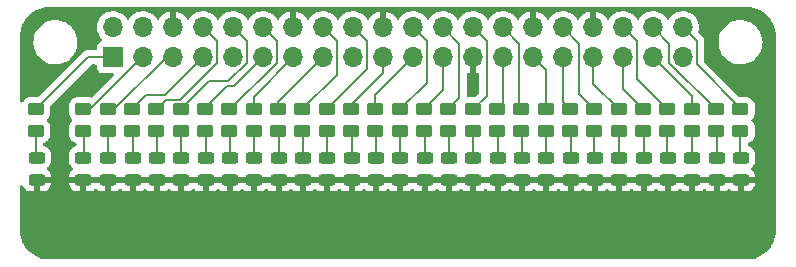
<source format=gtl>
G04 #@! TF.GenerationSoftware,KiCad,Pcbnew,(6.0.0-0)*
G04 #@! TF.CreationDate,2022-04-16T20:11:22-05:00*
G04 #@! TF.ProjectId,rpi_led_board,7270695f-6c65-4645-9f62-6f6172642e6b,rev?*
G04 #@! TF.SameCoordinates,Original*
G04 #@! TF.FileFunction,Copper,L1,Top*
G04 #@! TF.FilePolarity,Positive*
%FSLAX46Y46*%
G04 Gerber Fmt 4.6, Leading zero omitted, Abs format (unit mm)*
G04 Created by KiCad (PCBNEW (6.0.0-0)) date 2022-04-16 20:11:22*
%MOMM*%
%LPD*%
G01*
G04 APERTURE LIST*
G04 Aperture macros list*
%AMRoundRect*
0 Rectangle with rounded corners*
0 $1 Rounding radius*
0 $2 $3 $4 $5 $6 $7 $8 $9 X,Y pos of 4 corners*
0 Add a 4 corners polygon primitive as box body*
4,1,4,$2,$3,$4,$5,$6,$7,$8,$9,$2,$3,0*
0 Add four circle primitives for the rounded corners*
1,1,$1+$1,$2,$3*
1,1,$1+$1,$4,$5*
1,1,$1+$1,$6,$7*
1,1,$1+$1,$8,$9*
0 Add four rect primitives between the rounded corners*
20,1,$1+$1,$2,$3,$4,$5,0*
20,1,$1+$1,$4,$5,$6,$7,0*
20,1,$1+$1,$6,$7,$8,$9,0*
20,1,$1+$1,$8,$9,$2,$3,0*%
G04 Aperture macros list end*
G04 #@! TA.AperFunction,SMDPad,CuDef*
%ADD10RoundRect,0.243750X0.456250X-0.243750X0.456250X0.243750X-0.456250X0.243750X-0.456250X-0.243750X0*%
G04 #@! TD*
G04 #@! TA.AperFunction,SMDPad,CuDef*
%ADD11RoundRect,0.250000X-0.450000X0.262500X-0.450000X-0.262500X0.450000X-0.262500X0.450000X0.262500X0*%
G04 #@! TD*
G04 #@! TA.AperFunction,ComponentPad*
%ADD12R,1.700000X1.700000*%
G04 #@! TD*
G04 #@! TA.AperFunction,ComponentPad*
%ADD13O,1.700000X1.700000*%
G04 #@! TD*
G04 #@! TA.AperFunction,Conductor*
%ADD14C,0.200000*%
G04 #@! TD*
G04 APERTURE END LIST*
D10*
X240932138Y-109137500D03*
X240932138Y-107262500D03*
X236810710Y-109137500D03*
X236810710Y-107262500D03*
X224446426Y-109137500D03*
X224446426Y-107262500D03*
D11*
X238826424Y-103187500D03*
X238826424Y-105012500D03*
X214097856Y-103187500D03*
X214097856Y-105012500D03*
D10*
X257417850Y-109137500D03*
X257417850Y-107262500D03*
X226507140Y-109137500D03*
X226507140Y-107262500D03*
X205855000Y-109137500D03*
X205855000Y-107262500D03*
D11*
X207915714Y-103187500D03*
X207915714Y-105012500D03*
D10*
X249174994Y-109137500D03*
X249174994Y-107262500D03*
D11*
X257372850Y-103187500D03*
X257372850Y-105012500D03*
X228522854Y-103187500D03*
X228522854Y-105012500D03*
D10*
X201900000Y-109137500D03*
X201900000Y-107262500D03*
D11*
X255312136Y-103187500D03*
X255312136Y-105012500D03*
X226462140Y-103187500D03*
X226462140Y-105012500D03*
D10*
X230628568Y-109137500D03*
X230628568Y-107262500D03*
X247114280Y-109137500D03*
X247114280Y-107262500D03*
D11*
X245008566Y-103187500D03*
X245008566Y-105012500D03*
X224401426Y-103187500D03*
X224401426Y-105012500D03*
X261494278Y-103187500D03*
X261494278Y-105012500D03*
X259433564Y-103187500D03*
X259433564Y-105012500D03*
X216158570Y-103187500D03*
X216158570Y-105012500D03*
D10*
X228567854Y-109137500D03*
X228567854Y-107262500D03*
X259478564Y-109137500D03*
X259478564Y-107262500D03*
X261539278Y-109137500D03*
X261539278Y-107262500D03*
X222385712Y-109137500D03*
X222385712Y-107262500D03*
X207960714Y-109137500D03*
X207960714Y-107262500D03*
D11*
X240887138Y-103187500D03*
X240887138Y-105012500D03*
X201855000Y-103187500D03*
X201855000Y-105012500D03*
D10*
X214142856Y-109137500D03*
X214142856Y-107262500D03*
D11*
X205855000Y-103187500D03*
X205855000Y-105012500D03*
D10*
X212082142Y-109137500D03*
X212082142Y-107262500D03*
X251235708Y-109137500D03*
X251235708Y-107262500D03*
D11*
X220279998Y-103187500D03*
X220279998Y-105012500D03*
D10*
X220324998Y-109137500D03*
X220324998Y-107262500D03*
X210021428Y-109137500D03*
X210021428Y-107262500D03*
X218264284Y-109137500D03*
X218264284Y-107262500D03*
D11*
X236765710Y-103187500D03*
X236765710Y-105012500D03*
D10*
X245053566Y-109137500D03*
X245053566Y-107262500D03*
X253296422Y-109137500D03*
X253296422Y-107262500D03*
D11*
X242947852Y-103187500D03*
X242947852Y-105012500D03*
X230583568Y-103187500D03*
X230583568Y-105012500D03*
X209976428Y-103187500D03*
X209976428Y-105012500D03*
X247069280Y-103187500D03*
X247069280Y-105012500D03*
D10*
X232689282Y-109137500D03*
X232689282Y-107262500D03*
D11*
X251190708Y-103187500D03*
X251190708Y-105012500D03*
X234704996Y-103187500D03*
X234704996Y-105012500D03*
X253251422Y-103187500D03*
X253251422Y-105012500D03*
D10*
X255357136Y-109137500D03*
X255357136Y-107262500D03*
X234749996Y-109137500D03*
X234749996Y-107262500D03*
D11*
X222355000Y-103187500D03*
X222355000Y-105012500D03*
D10*
X242992852Y-109137500D03*
X242992852Y-107262500D03*
D11*
X232644282Y-103187500D03*
X232644282Y-105012500D03*
X218219284Y-103187500D03*
X218219284Y-105012500D03*
D10*
X216203570Y-109137500D03*
X216203570Y-107262500D03*
D11*
X249129994Y-103187500D03*
X249129994Y-105012500D03*
D10*
X238871424Y-109137500D03*
X238871424Y-107262500D03*
D11*
X212037142Y-103187500D03*
X212037142Y-105012500D03*
D12*
X208370000Y-98770000D03*
D13*
X208370000Y-96230000D03*
X210910000Y-98770000D03*
X210910000Y-96230000D03*
X213450000Y-98770000D03*
X213450000Y-96230000D03*
X215990000Y-98770000D03*
X215990000Y-96230000D03*
X218530000Y-98770000D03*
X218530000Y-96230000D03*
X221070000Y-98770000D03*
X221070000Y-96230000D03*
X223610000Y-98770000D03*
X223610000Y-96230000D03*
X226150000Y-98770000D03*
X226150000Y-96230000D03*
X228690000Y-98770000D03*
X228690000Y-96230000D03*
X231230000Y-98770000D03*
X231230000Y-96230000D03*
X233770000Y-98770000D03*
X233770000Y-96230000D03*
X236310000Y-98770000D03*
X236310000Y-96230000D03*
X238850000Y-98770000D03*
X238850000Y-96230000D03*
X241390000Y-98770000D03*
X241390000Y-96230000D03*
X243930000Y-98770000D03*
X243930000Y-96230000D03*
X246470000Y-98770000D03*
X246470000Y-96230000D03*
X249010000Y-98770000D03*
X249010000Y-96230000D03*
X251550000Y-98770000D03*
X251550000Y-96230000D03*
X254090000Y-98770000D03*
X254090000Y-96230000D03*
X256630000Y-98770000D03*
X256630000Y-96230000D03*
D14*
X208370000Y-98770000D02*
X206272500Y-98770000D01*
X206272500Y-98770000D02*
X201855000Y-103187500D01*
X241390000Y-98770000D02*
X241390000Y-102684638D01*
X241390000Y-102684638D02*
X240887138Y-103187500D01*
X242780489Y-103020137D02*
X242947852Y-103187500D01*
X242780489Y-97620489D02*
X242780489Y-103020137D01*
X241390000Y-96230000D02*
X242780489Y-97620489D01*
X245008566Y-99848566D02*
X245008566Y-103187500D01*
X243930000Y-98770000D02*
X245008566Y-99848566D01*
X246470000Y-98770000D02*
X246470000Y-102588220D01*
X246470000Y-102588220D02*
X247069280Y-103187500D01*
X254090000Y-98770000D02*
X257372850Y-102052850D01*
X257372850Y-102052850D02*
X257372850Y-103187500D01*
X210910000Y-98770000D02*
X210843576Y-98770000D01*
X206426076Y-103187500D02*
X205855000Y-103187500D01*
X210843576Y-98770000D02*
X206426076Y-103187500D01*
X213450000Y-98770000D02*
X212904290Y-98770000D01*
X208486790Y-103187500D02*
X207915714Y-103187500D01*
X212904290Y-98770000D02*
X208486790Y-103187500D01*
X212784031Y-101975969D02*
X215990000Y-98770000D01*
X211187959Y-101975969D02*
X212784031Y-101975969D01*
X209976428Y-103187500D02*
X211187959Y-101975969D01*
X214010175Y-102375480D02*
X212849162Y-102375480D01*
X212849162Y-102375480D02*
X212037142Y-103187500D01*
X217139511Y-97379511D02*
X217139511Y-99246144D01*
X215990000Y-96230000D02*
X217139511Y-97379511D01*
X217139511Y-99246144D02*
X214010175Y-102375480D01*
X219679511Y-97379511D02*
X219679511Y-99246144D01*
X218125166Y-100800489D02*
X216484867Y-100800489D01*
X218530000Y-96230000D02*
X219679511Y-97379511D01*
X219679511Y-99246144D02*
X218125166Y-100800489D01*
X216484867Y-100800489D02*
X214097856Y-103187500D01*
X218640000Y-101200000D02*
X218000000Y-101200000D01*
X221070000Y-98770000D02*
X218640000Y-101200000D01*
X218000000Y-101200000D02*
X216158570Y-103041430D01*
X216158570Y-103041430D02*
X216158570Y-103187500D01*
X223610000Y-98770000D02*
X220279998Y-102100002D01*
X220279998Y-102100002D02*
X220279998Y-103187500D01*
X226150000Y-98770000D02*
X222355000Y-102565000D01*
X222355000Y-102565000D02*
X222355000Y-103187500D01*
X227299511Y-97379511D02*
X227299511Y-100289415D01*
X226150000Y-96230000D02*
X227299511Y-97379511D01*
X227299511Y-100289415D02*
X224401426Y-103187500D01*
X228690000Y-96230000D02*
X229839511Y-97379511D01*
X229839511Y-97379511D02*
X229839511Y-99810129D01*
X229839511Y-99810129D02*
X226462140Y-103187500D01*
X234919511Y-100912271D02*
X232644282Y-103187500D01*
X234919511Y-97379511D02*
X234919511Y-100912271D01*
X233770000Y-96230000D02*
X234919511Y-97379511D01*
X221070000Y-96230000D02*
X222219511Y-97379511D01*
X222219511Y-97379511D02*
X222219511Y-99246144D01*
X218278155Y-103187500D02*
X218219284Y-103187500D01*
X222219511Y-99246144D02*
X218278155Y-103187500D01*
X231230000Y-100070000D02*
X228522854Y-102777146D01*
X228522854Y-102777146D02*
X228522854Y-103187500D01*
X231230000Y-98770000D02*
X231230000Y-100070000D01*
X230583568Y-101956432D02*
X230583568Y-103187500D01*
X233770000Y-98770000D02*
X230583568Y-101956432D01*
X236310000Y-101582496D02*
X234704996Y-103187500D01*
X236310000Y-98770000D02*
X236310000Y-101582496D01*
X237700489Y-97620489D02*
X237700489Y-102252721D01*
X237700489Y-102252721D02*
X236765710Y-103187500D01*
X236310000Y-96230000D02*
X237700489Y-97620489D01*
X239999511Y-102014413D02*
X238826424Y-103187500D01*
X238850000Y-96230000D02*
X239999511Y-97379511D01*
X239999511Y-97379511D02*
X239999511Y-102014413D01*
X246470000Y-96230000D02*
X247860489Y-97620489D01*
X247860489Y-101917995D02*
X249129994Y-103187500D01*
X247860489Y-97620489D02*
X247860489Y-101917995D01*
X249010000Y-98770000D02*
X249010000Y-101006792D01*
X249010000Y-101006792D02*
X251190708Y-103187500D01*
X251550000Y-101486078D02*
X253251422Y-103187500D01*
X251550000Y-98770000D02*
X251550000Y-101486078D01*
X251550000Y-96230000D02*
X252699511Y-97379511D01*
X252699511Y-100574875D02*
X255312136Y-103187500D01*
X252699511Y-97379511D02*
X252699511Y-100574875D01*
X255480489Y-97620489D02*
X255480489Y-99246144D01*
X255480489Y-99246144D02*
X259421845Y-103187500D01*
X259421845Y-103187500D02*
X259433564Y-103187500D01*
X254090000Y-96230000D02*
X255480489Y-97620489D01*
X257779511Y-97379511D02*
X257779511Y-99379511D01*
X256630000Y-96230000D02*
X257779511Y-97379511D01*
X257779511Y-99379511D02*
X261494278Y-103094278D01*
X261494278Y-103094278D02*
X261494278Y-103187500D01*
X205900000Y-105057500D02*
X205855000Y-105012500D01*
X205900000Y-107262500D02*
X205900000Y-105057500D01*
X207960714Y-107262500D02*
X207960714Y-105057500D01*
X207960714Y-105057500D02*
X207915714Y-105012500D01*
X210021428Y-105057500D02*
X209976428Y-105012500D01*
X210021428Y-107262500D02*
X210021428Y-105057500D01*
X212082142Y-107262500D02*
X212082142Y-105057500D01*
X212082142Y-105057500D02*
X212037142Y-105012500D01*
X214142856Y-107262500D02*
X214142856Y-105057500D01*
X214142856Y-105057500D02*
X214097856Y-105012500D01*
X216203570Y-107262500D02*
X216203570Y-105057500D01*
X216203570Y-105057500D02*
X216158570Y-105012500D01*
X218264284Y-107262500D02*
X218264284Y-105057500D01*
X218264284Y-105057500D02*
X218219284Y-105012500D01*
X220324998Y-105057500D02*
X220279998Y-105012500D01*
X220324998Y-107262500D02*
X220324998Y-105057500D01*
X222385712Y-105043212D02*
X222355000Y-105012500D01*
X222385712Y-107262500D02*
X222385712Y-105043212D01*
X224446426Y-105057500D02*
X224401426Y-105012500D01*
X224446426Y-107262500D02*
X224446426Y-105057500D01*
X226507140Y-107262500D02*
X226507140Y-105057500D01*
X226507140Y-105057500D02*
X226462140Y-105012500D01*
X228567854Y-105057500D02*
X228522854Y-105012500D01*
X228567854Y-107262500D02*
X228567854Y-105057500D01*
X230628568Y-105057500D02*
X230583568Y-105012500D01*
X230628568Y-107262500D02*
X230628568Y-105057500D01*
X232689282Y-107262500D02*
X232689282Y-105057500D01*
X232689282Y-105057500D02*
X232644282Y-105012500D01*
X234749996Y-105057500D02*
X234704996Y-105012500D01*
X234749996Y-107262500D02*
X234749996Y-105057500D01*
X236810710Y-107262500D02*
X236810710Y-105057500D01*
X236810710Y-105057500D02*
X236765710Y-105012500D01*
X238871424Y-105057500D02*
X238826424Y-105012500D01*
X238871424Y-107262500D02*
X238871424Y-105057500D01*
X240932138Y-105057500D02*
X240887138Y-105012500D01*
X240932138Y-107262500D02*
X240932138Y-105057500D01*
X242992852Y-107262500D02*
X242992852Y-105057500D01*
X242992852Y-105057500D02*
X242947852Y-105012500D01*
X245053566Y-105057500D02*
X245008566Y-105012500D01*
X245053566Y-107262500D02*
X245053566Y-105057500D01*
X247114280Y-105057500D02*
X247069280Y-105012500D01*
X247114280Y-107262500D02*
X247114280Y-105057500D01*
X249174994Y-107262500D02*
X249129994Y-107217500D01*
X249129994Y-107217500D02*
X249129994Y-105012500D01*
X251235708Y-105057500D02*
X251190708Y-105012500D01*
X251235708Y-107262500D02*
X251235708Y-105057500D01*
X253296422Y-107262500D02*
X253296422Y-105057500D01*
X253296422Y-105057500D02*
X253251422Y-105012500D01*
X255357136Y-107262500D02*
X255312136Y-107217500D01*
X255312136Y-107217500D02*
X255312136Y-105012500D01*
X257417850Y-105057500D02*
X257372850Y-105012500D01*
X257417850Y-107262500D02*
X257417850Y-105057500D01*
X259478564Y-107262500D02*
X259478564Y-105057500D01*
X259478564Y-105057500D02*
X259433564Y-105012500D01*
X261494278Y-107217500D02*
X261539278Y-107262500D01*
X261494278Y-105012500D02*
X261494278Y-107217500D01*
X201855000Y-105012500D02*
X201855000Y-107217500D01*
X201855000Y-107217500D02*
X201900000Y-107262500D01*
G04 #@! TA.AperFunction,Conductor*
G36*
X261970057Y-94509500D02*
G01*
X261984858Y-94511805D01*
X261984861Y-94511805D01*
X261993730Y-94513186D01*
X262010899Y-94510941D01*
X262034839Y-94510108D01*
X262292770Y-94525710D01*
X262307874Y-94527544D01*
X262378648Y-94540514D01*
X262588879Y-94579040D01*
X262603641Y-94582678D01*
X262876408Y-94667675D01*
X262890627Y-94673069D01*
X263151140Y-94790316D01*
X263164609Y-94797385D01*
X263409095Y-94945182D01*
X263421617Y-94953825D01*
X263646507Y-95130016D01*
X263657895Y-95140106D01*
X263859894Y-95342105D01*
X263869984Y-95353493D01*
X264046175Y-95578383D01*
X264054818Y-95590905D01*
X264202615Y-95835391D01*
X264209684Y-95848860D01*
X264326138Y-96107611D01*
X264326930Y-96109370D01*
X264332325Y-96123592D01*
X264405370Y-96358000D01*
X264417321Y-96396353D01*
X264420960Y-96411121D01*
X264440559Y-96518069D01*
X264472456Y-96692126D01*
X264474290Y-96707230D01*
X264489455Y-96957929D01*
X264488198Y-96984639D01*
X264488195Y-96984859D01*
X264486814Y-96993730D01*
X264487978Y-97002632D01*
X264487978Y-97002635D01*
X264490936Y-97025251D01*
X264492000Y-97041589D01*
X264492000Y-113350672D01*
X264490500Y-113370056D01*
X264486814Y-113393730D01*
X264488454Y-113406270D01*
X264489059Y-113410897D01*
X264489892Y-113434839D01*
X264474290Y-113692770D01*
X264472456Y-113707874D01*
X264420962Y-113988873D01*
X264417321Y-114003647D01*
X264332326Y-114276404D01*
X264326930Y-114290630D01*
X264209686Y-114551136D01*
X264202615Y-114564609D01*
X264054818Y-114809095D01*
X264046175Y-114821617D01*
X263869984Y-115046507D01*
X263859894Y-115057895D01*
X263657895Y-115259894D01*
X263646507Y-115269984D01*
X263421617Y-115446175D01*
X263409095Y-115454818D01*
X263164609Y-115602615D01*
X263151140Y-115609684D01*
X262890630Y-115726930D01*
X262876408Y-115732325D01*
X262603641Y-115817322D01*
X262588879Y-115820960D01*
X262378648Y-115859486D01*
X262307874Y-115872456D01*
X262292770Y-115874290D01*
X262042071Y-115889455D01*
X262015361Y-115888198D01*
X262015141Y-115888195D01*
X262006270Y-115886814D01*
X261997368Y-115887978D01*
X261997365Y-115887978D01*
X261974749Y-115890936D01*
X261958411Y-115892000D01*
X203049328Y-115892000D01*
X203029943Y-115890500D01*
X203015142Y-115888195D01*
X203015139Y-115888195D01*
X203006270Y-115886814D01*
X202989101Y-115889059D01*
X202965161Y-115889892D01*
X202707230Y-115874290D01*
X202692126Y-115872456D01*
X202621352Y-115859486D01*
X202411121Y-115820960D01*
X202396359Y-115817322D01*
X202123592Y-115732325D01*
X202109370Y-115726930D01*
X201848860Y-115609684D01*
X201835391Y-115602615D01*
X201590905Y-115454818D01*
X201578383Y-115446175D01*
X201353493Y-115269984D01*
X201342105Y-115259894D01*
X201140106Y-115057895D01*
X201130016Y-115046507D01*
X200953825Y-114821617D01*
X200945182Y-114809095D01*
X200797385Y-114564609D01*
X200790314Y-114551136D01*
X200673070Y-114290630D01*
X200667674Y-114276404D01*
X200582679Y-114003647D01*
X200579038Y-113988873D01*
X200527544Y-113707874D01*
X200525710Y-113692770D01*
X200510545Y-113442071D01*
X200511802Y-113415361D01*
X200511805Y-113415141D01*
X200513186Y-113406270D01*
X200511547Y-113393730D01*
X200509064Y-113374749D01*
X200508000Y-113358411D01*
X200508000Y-109727712D01*
X200528002Y-109659591D01*
X200581658Y-109613098D01*
X200651932Y-109602994D01*
X200716512Y-109632488D01*
X200753523Y-109687835D01*
X200756034Y-109695360D01*
X200762210Y-109708543D01*
X200846744Y-109845149D01*
X200855780Y-109856550D01*
X200969479Y-109970051D01*
X200980890Y-109979063D01*
X201117654Y-110063365D01*
X201130832Y-110069509D01*
X201283740Y-110120227D01*
X201297106Y-110123093D01*
X201390601Y-110132672D01*
X201397016Y-110133000D01*
X201627885Y-110133000D01*
X201643124Y-110128525D01*
X201644329Y-110127135D01*
X201646000Y-110119452D01*
X201646000Y-110114884D01*
X202154000Y-110114884D01*
X202158475Y-110130123D01*
X202159865Y-110131328D01*
X202167548Y-110132999D01*
X202402933Y-110132999D01*
X202409452Y-110132662D01*
X202504170Y-110122834D01*
X202517564Y-110119942D01*
X202670365Y-110068964D01*
X202683543Y-110062790D01*
X202820149Y-109978256D01*
X202831550Y-109969220D01*
X202945051Y-109855521D01*
X202954063Y-109844110D01*
X203038365Y-109707346D01*
X203044509Y-109694168D01*
X203095227Y-109541260D01*
X203098093Y-109527894D01*
X203107672Y-109434399D01*
X203108000Y-109427984D01*
X203108000Y-109427933D01*
X204647001Y-109427933D01*
X204647338Y-109434452D01*
X204657166Y-109529170D01*
X204660058Y-109542564D01*
X204711036Y-109695365D01*
X204717210Y-109708543D01*
X204801744Y-109845149D01*
X204810780Y-109856550D01*
X204924479Y-109970051D01*
X204935890Y-109979063D01*
X205072654Y-110063365D01*
X205085832Y-110069509D01*
X205238740Y-110120227D01*
X205252106Y-110123093D01*
X205345601Y-110132672D01*
X205352016Y-110133000D01*
X205582885Y-110133000D01*
X205598124Y-110128525D01*
X205599329Y-110127135D01*
X205601000Y-110119452D01*
X205601000Y-110114884D01*
X206109000Y-110114884D01*
X206113475Y-110130123D01*
X206114865Y-110131328D01*
X206122548Y-110132999D01*
X206357933Y-110132999D01*
X206364452Y-110132662D01*
X206459170Y-110122834D01*
X206472564Y-110119942D01*
X206625365Y-110068964D01*
X206638543Y-110062790D01*
X206775149Y-109978256D01*
X206786550Y-109969220D01*
X206818726Y-109936988D01*
X206881009Y-109902909D01*
X206951829Y-109907912D01*
X206996917Y-109936833D01*
X207030193Y-109970051D01*
X207041604Y-109979063D01*
X207178368Y-110063365D01*
X207191546Y-110069509D01*
X207344454Y-110120227D01*
X207357820Y-110123093D01*
X207451315Y-110132672D01*
X207457730Y-110133000D01*
X207688599Y-110133000D01*
X207703838Y-110128525D01*
X207705043Y-110127135D01*
X207706714Y-110119452D01*
X207706714Y-110114884D01*
X208214714Y-110114884D01*
X208219189Y-110130123D01*
X208220579Y-110131328D01*
X208228262Y-110132999D01*
X208463647Y-110132999D01*
X208470166Y-110132662D01*
X208564884Y-110122834D01*
X208578278Y-110119942D01*
X208731079Y-110068964D01*
X208744257Y-110062790D01*
X208880863Y-109978256D01*
X208892264Y-109969220D01*
X208901979Y-109959488D01*
X208964261Y-109925409D01*
X209035081Y-109930412D01*
X209080169Y-109959332D01*
X209090906Y-109970050D01*
X209102318Y-109979063D01*
X209239082Y-110063365D01*
X209252260Y-110069509D01*
X209405168Y-110120227D01*
X209418534Y-110123093D01*
X209512029Y-110132672D01*
X209518444Y-110133000D01*
X209749313Y-110133000D01*
X209764552Y-110128525D01*
X209765757Y-110127135D01*
X209767428Y-110119452D01*
X209767428Y-110114884D01*
X210275428Y-110114884D01*
X210279903Y-110130123D01*
X210281293Y-110131328D01*
X210288976Y-110132999D01*
X210524361Y-110132999D01*
X210530880Y-110132662D01*
X210625598Y-110122834D01*
X210638992Y-110119942D01*
X210791793Y-110068964D01*
X210804971Y-110062790D01*
X210941577Y-109978256D01*
X210952978Y-109969220D01*
X210962693Y-109959488D01*
X211024975Y-109925409D01*
X211095795Y-109930412D01*
X211140883Y-109959332D01*
X211151620Y-109970050D01*
X211163032Y-109979063D01*
X211299796Y-110063365D01*
X211312974Y-110069509D01*
X211465882Y-110120227D01*
X211479248Y-110123093D01*
X211572743Y-110132672D01*
X211579158Y-110133000D01*
X211810027Y-110133000D01*
X211825266Y-110128525D01*
X211826471Y-110127135D01*
X211828142Y-110119452D01*
X211828142Y-110114884D01*
X212336142Y-110114884D01*
X212340617Y-110130123D01*
X212342007Y-110131328D01*
X212349690Y-110132999D01*
X212585075Y-110132999D01*
X212591594Y-110132662D01*
X212686312Y-110122834D01*
X212699706Y-110119942D01*
X212852507Y-110068964D01*
X212865685Y-110062790D01*
X213002291Y-109978256D01*
X213013692Y-109969220D01*
X213023407Y-109959488D01*
X213085689Y-109925409D01*
X213156509Y-109930412D01*
X213201597Y-109959332D01*
X213212334Y-109970050D01*
X213223746Y-109979063D01*
X213360510Y-110063365D01*
X213373688Y-110069509D01*
X213526596Y-110120227D01*
X213539962Y-110123093D01*
X213633457Y-110132672D01*
X213639872Y-110133000D01*
X213870741Y-110133000D01*
X213885980Y-110128525D01*
X213887185Y-110127135D01*
X213888856Y-110119452D01*
X213888856Y-110114884D01*
X214396856Y-110114884D01*
X214401331Y-110130123D01*
X214402721Y-110131328D01*
X214410404Y-110132999D01*
X214645789Y-110132999D01*
X214652308Y-110132662D01*
X214747026Y-110122834D01*
X214760420Y-110119942D01*
X214913221Y-110068964D01*
X214926399Y-110062790D01*
X215063005Y-109978256D01*
X215074406Y-109969220D01*
X215084121Y-109959488D01*
X215146403Y-109925409D01*
X215217223Y-109930412D01*
X215262311Y-109959332D01*
X215273048Y-109970050D01*
X215284460Y-109979063D01*
X215421224Y-110063365D01*
X215434402Y-110069509D01*
X215587310Y-110120227D01*
X215600676Y-110123093D01*
X215694171Y-110132672D01*
X215700586Y-110133000D01*
X215931455Y-110133000D01*
X215946694Y-110128525D01*
X215947899Y-110127135D01*
X215949570Y-110119452D01*
X215949570Y-110114884D01*
X216457570Y-110114884D01*
X216462045Y-110130123D01*
X216463435Y-110131328D01*
X216471118Y-110132999D01*
X216706503Y-110132999D01*
X216713022Y-110132662D01*
X216807740Y-110122834D01*
X216821134Y-110119942D01*
X216973935Y-110068964D01*
X216987113Y-110062790D01*
X217123719Y-109978256D01*
X217135120Y-109969220D01*
X217144835Y-109959488D01*
X217207117Y-109925409D01*
X217277937Y-109930412D01*
X217323025Y-109959332D01*
X217333762Y-109970050D01*
X217345174Y-109979063D01*
X217481938Y-110063365D01*
X217495116Y-110069509D01*
X217648024Y-110120227D01*
X217661390Y-110123093D01*
X217754885Y-110132672D01*
X217761300Y-110133000D01*
X217992169Y-110133000D01*
X218007408Y-110128525D01*
X218008613Y-110127135D01*
X218010284Y-110119452D01*
X218010284Y-110114884D01*
X218518284Y-110114884D01*
X218522759Y-110130123D01*
X218524149Y-110131328D01*
X218531832Y-110132999D01*
X218767217Y-110132999D01*
X218773736Y-110132662D01*
X218868454Y-110122834D01*
X218881848Y-110119942D01*
X219034649Y-110068964D01*
X219047827Y-110062790D01*
X219184433Y-109978256D01*
X219195834Y-109969220D01*
X219205549Y-109959488D01*
X219267831Y-109925409D01*
X219338651Y-109930412D01*
X219383739Y-109959332D01*
X219394476Y-109970050D01*
X219405888Y-109979063D01*
X219542652Y-110063365D01*
X219555830Y-110069509D01*
X219708738Y-110120227D01*
X219722104Y-110123093D01*
X219815599Y-110132672D01*
X219822014Y-110133000D01*
X220052883Y-110133000D01*
X220068122Y-110128525D01*
X220069327Y-110127135D01*
X220070998Y-110119452D01*
X220070998Y-110114884D01*
X220578998Y-110114884D01*
X220583473Y-110130123D01*
X220584863Y-110131328D01*
X220592546Y-110132999D01*
X220827931Y-110132999D01*
X220834450Y-110132662D01*
X220929168Y-110122834D01*
X220942562Y-110119942D01*
X221095363Y-110068964D01*
X221108541Y-110062790D01*
X221245147Y-109978256D01*
X221256548Y-109969220D01*
X221266263Y-109959488D01*
X221328545Y-109925409D01*
X221399365Y-109930412D01*
X221444453Y-109959332D01*
X221455190Y-109970050D01*
X221466602Y-109979063D01*
X221603366Y-110063365D01*
X221616544Y-110069509D01*
X221769452Y-110120227D01*
X221782818Y-110123093D01*
X221876313Y-110132672D01*
X221882728Y-110133000D01*
X222113597Y-110133000D01*
X222128836Y-110128525D01*
X222130041Y-110127135D01*
X222131712Y-110119452D01*
X222131712Y-110114884D01*
X222639712Y-110114884D01*
X222644187Y-110130123D01*
X222645577Y-110131328D01*
X222653260Y-110132999D01*
X222888645Y-110132999D01*
X222895164Y-110132662D01*
X222989882Y-110122834D01*
X223003276Y-110119942D01*
X223156077Y-110068964D01*
X223169255Y-110062790D01*
X223305861Y-109978256D01*
X223317262Y-109969220D01*
X223326977Y-109959488D01*
X223389259Y-109925409D01*
X223460079Y-109930412D01*
X223505167Y-109959332D01*
X223515904Y-109970050D01*
X223527316Y-109979063D01*
X223664080Y-110063365D01*
X223677258Y-110069509D01*
X223830166Y-110120227D01*
X223843532Y-110123093D01*
X223937027Y-110132672D01*
X223943442Y-110133000D01*
X224174311Y-110133000D01*
X224189550Y-110128525D01*
X224190755Y-110127135D01*
X224192426Y-110119452D01*
X224192426Y-110114884D01*
X224700426Y-110114884D01*
X224704901Y-110130123D01*
X224706291Y-110131328D01*
X224713974Y-110132999D01*
X224949359Y-110132999D01*
X224955878Y-110132662D01*
X225050596Y-110122834D01*
X225063990Y-110119942D01*
X225216791Y-110068964D01*
X225229969Y-110062790D01*
X225366575Y-109978256D01*
X225377976Y-109969220D01*
X225387691Y-109959488D01*
X225449973Y-109925409D01*
X225520793Y-109930412D01*
X225565881Y-109959332D01*
X225576618Y-109970050D01*
X225588030Y-109979063D01*
X225724794Y-110063365D01*
X225737972Y-110069509D01*
X225890880Y-110120227D01*
X225904246Y-110123093D01*
X225997741Y-110132672D01*
X226004156Y-110133000D01*
X226235025Y-110133000D01*
X226250264Y-110128525D01*
X226251469Y-110127135D01*
X226253140Y-110119452D01*
X226253140Y-110114884D01*
X226761140Y-110114884D01*
X226765615Y-110130123D01*
X226767005Y-110131328D01*
X226774688Y-110132999D01*
X227010073Y-110132999D01*
X227016592Y-110132662D01*
X227111310Y-110122834D01*
X227124704Y-110119942D01*
X227277505Y-110068964D01*
X227290683Y-110062790D01*
X227427289Y-109978256D01*
X227438690Y-109969220D01*
X227448405Y-109959488D01*
X227510687Y-109925409D01*
X227581507Y-109930412D01*
X227626595Y-109959332D01*
X227637332Y-109970050D01*
X227648744Y-109979063D01*
X227785508Y-110063365D01*
X227798686Y-110069509D01*
X227951594Y-110120227D01*
X227964960Y-110123093D01*
X228058455Y-110132672D01*
X228064870Y-110133000D01*
X228295739Y-110133000D01*
X228310978Y-110128525D01*
X228312183Y-110127135D01*
X228313854Y-110119452D01*
X228313854Y-110114884D01*
X228821854Y-110114884D01*
X228826329Y-110130123D01*
X228827719Y-110131328D01*
X228835402Y-110132999D01*
X229070787Y-110132999D01*
X229077306Y-110132662D01*
X229172024Y-110122834D01*
X229185418Y-110119942D01*
X229338219Y-110068964D01*
X229351397Y-110062790D01*
X229488003Y-109978256D01*
X229499404Y-109969220D01*
X229509119Y-109959488D01*
X229571401Y-109925409D01*
X229642221Y-109930412D01*
X229687309Y-109959332D01*
X229698046Y-109970050D01*
X229709458Y-109979063D01*
X229846222Y-110063365D01*
X229859400Y-110069509D01*
X230012308Y-110120227D01*
X230025674Y-110123093D01*
X230119169Y-110132672D01*
X230125584Y-110133000D01*
X230356453Y-110133000D01*
X230371692Y-110128525D01*
X230372897Y-110127135D01*
X230374568Y-110119452D01*
X230374568Y-110114884D01*
X230882568Y-110114884D01*
X230887043Y-110130123D01*
X230888433Y-110131328D01*
X230896116Y-110132999D01*
X231131501Y-110132999D01*
X231138020Y-110132662D01*
X231232738Y-110122834D01*
X231246132Y-110119942D01*
X231398933Y-110068964D01*
X231412111Y-110062790D01*
X231548717Y-109978256D01*
X231560118Y-109969220D01*
X231569833Y-109959488D01*
X231632115Y-109925409D01*
X231702935Y-109930412D01*
X231748023Y-109959332D01*
X231758760Y-109970050D01*
X231770172Y-109979063D01*
X231906936Y-110063365D01*
X231920114Y-110069509D01*
X232073022Y-110120227D01*
X232086388Y-110123093D01*
X232179883Y-110132672D01*
X232186298Y-110133000D01*
X232417167Y-110133000D01*
X232432406Y-110128525D01*
X232433611Y-110127135D01*
X232435282Y-110119452D01*
X232435282Y-110114884D01*
X232943282Y-110114884D01*
X232947757Y-110130123D01*
X232949147Y-110131328D01*
X232956830Y-110132999D01*
X233192215Y-110132999D01*
X233198734Y-110132662D01*
X233293452Y-110122834D01*
X233306846Y-110119942D01*
X233459647Y-110068964D01*
X233472825Y-110062790D01*
X233609431Y-109978256D01*
X233620832Y-109969220D01*
X233630547Y-109959488D01*
X233692829Y-109925409D01*
X233763649Y-109930412D01*
X233808737Y-109959332D01*
X233819474Y-109970050D01*
X233830886Y-109979063D01*
X233967650Y-110063365D01*
X233980828Y-110069509D01*
X234133736Y-110120227D01*
X234147102Y-110123093D01*
X234240597Y-110132672D01*
X234247012Y-110133000D01*
X234477881Y-110133000D01*
X234493120Y-110128525D01*
X234494325Y-110127135D01*
X234495996Y-110119452D01*
X234495996Y-110114884D01*
X235003996Y-110114884D01*
X235008471Y-110130123D01*
X235009861Y-110131328D01*
X235017544Y-110132999D01*
X235252929Y-110132999D01*
X235259448Y-110132662D01*
X235354166Y-110122834D01*
X235367560Y-110119942D01*
X235520361Y-110068964D01*
X235533539Y-110062790D01*
X235670145Y-109978256D01*
X235681546Y-109969220D01*
X235691261Y-109959488D01*
X235753543Y-109925409D01*
X235824363Y-109930412D01*
X235869451Y-109959332D01*
X235880188Y-109970050D01*
X235891600Y-109979063D01*
X236028364Y-110063365D01*
X236041542Y-110069509D01*
X236194450Y-110120227D01*
X236207816Y-110123093D01*
X236301311Y-110132672D01*
X236307726Y-110133000D01*
X236538595Y-110133000D01*
X236553834Y-110128525D01*
X236555039Y-110127135D01*
X236556710Y-110119452D01*
X236556710Y-110114884D01*
X237064710Y-110114884D01*
X237069185Y-110130123D01*
X237070575Y-110131328D01*
X237078258Y-110132999D01*
X237313643Y-110132999D01*
X237320162Y-110132662D01*
X237414880Y-110122834D01*
X237428274Y-110119942D01*
X237581075Y-110068964D01*
X237594253Y-110062790D01*
X237730859Y-109978256D01*
X237742260Y-109969220D01*
X237751975Y-109959488D01*
X237814257Y-109925409D01*
X237885077Y-109930412D01*
X237930165Y-109959332D01*
X237940902Y-109970050D01*
X237952314Y-109979063D01*
X238089078Y-110063365D01*
X238102256Y-110069509D01*
X238255164Y-110120227D01*
X238268530Y-110123093D01*
X238362025Y-110132672D01*
X238368440Y-110133000D01*
X238599309Y-110133000D01*
X238614548Y-110128525D01*
X238615753Y-110127135D01*
X238617424Y-110119452D01*
X238617424Y-110114884D01*
X239125424Y-110114884D01*
X239129899Y-110130123D01*
X239131289Y-110131328D01*
X239138972Y-110132999D01*
X239374357Y-110132999D01*
X239380876Y-110132662D01*
X239475594Y-110122834D01*
X239488988Y-110119942D01*
X239641789Y-110068964D01*
X239654967Y-110062790D01*
X239791573Y-109978256D01*
X239802974Y-109969220D01*
X239812689Y-109959488D01*
X239874971Y-109925409D01*
X239945791Y-109930412D01*
X239990879Y-109959332D01*
X240001616Y-109970050D01*
X240013028Y-109979063D01*
X240149792Y-110063365D01*
X240162970Y-110069509D01*
X240315878Y-110120227D01*
X240329244Y-110123093D01*
X240422739Y-110132672D01*
X240429154Y-110133000D01*
X240660023Y-110133000D01*
X240675262Y-110128525D01*
X240676467Y-110127135D01*
X240678138Y-110119452D01*
X240678138Y-110114884D01*
X241186138Y-110114884D01*
X241190613Y-110130123D01*
X241192003Y-110131328D01*
X241199686Y-110132999D01*
X241435071Y-110132999D01*
X241441590Y-110132662D01*
X241536308Y-110122834D01*
X241549702Y-110119942D01*
X241702503Y-110068964D01*
X241715681Y-110062790D01*
X241852287Y-109978256D01*
X241863688Y-109969220D01*
X241873403Y-109959488D01*
X241935685Y-109925409D01*
X242006505Y-109930412D01*
X242051593Y-109959332D01*
X242062330Y-109970050D01*
X242073742Y-109979063D01*
X242210506Y-110063365D01*
X242223684Y-110069509D01*
X242376592Y-110120227D01*
X242389958Y-110123093D01*
X242483453Y-110132672D01*
X242489868Y-110133000D01*
X242720737Y-110133000D01*
X242735976Y-110128525D01*
X242737181Y-110127135D01*
X242738852Y-110119452D01*
X242738852Y-110114884D01*
X243246852Y-110114884D01*
X243251327Y-110130123D01*
X243252717Y-110131328D01*
X243260400Y-110132999D01*
X243495785Y-110132999D01*
X243502304Y-110132662D01*
X243597022Y-110122834D01*
X243610416Y-110119942D01*
X243763217Y-110068964D01*
X243776395Y-110062790D01*
X243913001Y-109978256D01*
X243924402Y-109969220D01*
X243934117Y-109959488D01*
X243996399Y-109925409D01*
X244067219Y-109930412D01*
X244112307Y-109959332D01*
X244123044Y-109970050D01*
X244134456Y-109979063D01*
X244271220Y-110063365D01*
X244284398Y-110069509D01*
X244437306Y-110120227D01*
X244450672Y-110123093D01*
X244544167Y-110132672D01*
X244550582Y-110133000D01*
X244781451Y-110133000D01*
X244796690Y-110128525D01*
X244797895Y-110127135D01*
X244799566Y-110119452D01*
X244799566Y-110114884D01*
X245307566Y-110114884D01*
X245312041Y-110130123D01*
X245313431Y-110131328D01*
X245321114Y-110132999D01*
X245556499Y-110132999D01*
X245563018Y-110132662D01*
X245657736Y-110122834D01*
X245671130Y-110119942D01*
X245823931Y-110068964D01*
X245837109Y-110062790D01*
X245973715Y-109978256D01*
X245985116Y-109969220D01*
X245994831Y-109959488D01*
X246057113Y-109925409D01*
X246127933Y-109930412D01*
X246173021Y-109959332D01*
X246183758Y-109970050D01*
X246195170Y-109979063D01*
X246331934Y-110063365D01*
X246345112Y-110069509D01*
X246498020Y-110120227D01*
X246511386Y-110123093D01*
X246604881Y-110132672D01*
X246611296Y-110133000D01*
X246842165Y-110133000D01*
X246857404Y-110128525D01*
X246858609Y-110127135D01*
X246860280Y-110119452D01*
X246860280Y-110114884D01*
X247368280Y-110114884D01*
X247372755Y-110130123D01*
X247374145Y-110131328D01*
X247381828Y-110132999D01*
X247617213Y-110132999D01*
X247623732Y-110132662D01*
X247718450Y-110122834D01*
X247731844Y-110119942D01*
X247884645Y-110068964D01*
X247897823Y-110062790D01*
X248034429Y-109978256D01*
X248045830Y-109969220D01*
X248055545Y-109959488D01*
X248117827Y-109925409D01*
X248188647Y-109930412D01*
X248233735Y-109959332D01*
X248244472Y-109970050D01*
X248255884Y-109979063D01*
X248392648Y-110063365D01*
X248405826Y-110069509D01*
X248558734Y-110120227D01*
X248572100Y-110123093D01*
X248665595Y-110132672D01*
X248672010Y-110133000D01*
X248902879Y-110133000D01*
X248918118Y-110128525D01*
X248919323Y-110127135D01*
X248920994Y-110119452D01*
X248920994Y-110114884D01*
X249428994Y-110114884D01*
X249433469Y-110130123D01*
X249434859Y-110131328D01*
X249442542Y-110132999D01*
X249677927Y-110132999D01*
X249684446Y-110132662D01*
X249779164Y-110122834D01*
X249792558Y-110119942D01*
X249945359Y-110068964D01*
X249958537Y-110062790D01*
X250095143Y-109978256D01*
X250106544Y-109969220D01*
X250116259Y-109959488D01*
X250178541Y-109925409D01*
X250249361Y-109930412D01*
X250294449Y-109959332D01*
X250305186Y-109970050D01*
X250316598Y-109979063D01*
X250453362Y-110063365D01*
X250466540Y-110069509D01*
X250619448Y-110120227D01*
X250632814Y-110123093D01*
X250726309Y-110132672D01*
X250732724Y-110133000D01*
X250963593Y-110133000D01*
X250978832Y-110128525D01*
X250980037Y-110127135D01*
X250981708Y-110119452D01*
X250981708Y-110114884D01*
X251489708Y-110114884D01*
X251494183Y-110130123D01*
X251495573Y-110131328D01*
X251503256Y-110132999D01*
X251738641Y-110132999D01*
X251745160Y-110132662D01*
X251839878Y-110122834D01*
X251853272Y-110119942D01*
X252006073Y-110068964D01*
X252019251Y-110062790D01*
X252155857Y-109978256D01*
X252167258Y-109969220D01*
X252176973Y-109959488D01*
X252239255Y-109925409D01*
X252310075Y-109930412D01*
X252355163Y-109959332D01*
X252365900Y-109970050D01*
X252377312Y-109979063D01*
X252514076Y-110063365D01*
X252527254Y-110069509D01*
X252680162Y-110120227D01*
X252693528Y-110123093D01*
X252787023Y-110132672D01*
X252793438Y-110133000D01*
X253024307Y-110133000D01*
X253039546Y-110128525D01*
X253040751Y-110127135D01*
X253042422Y-110119452D01*
X253042422Y-110114884D01*
X253550422Y-110114884D01*
X253554897Y-110130123D01*
X253556287Y-110131328D01*
X253563970Y-110132999D01*
X253799355Y-110132999D01*
X253805874Y-110132662D01*
X253900592Y-110122834D01*
X253913986Y-110119942D01*
X254066787Y-110068964D01*
X254079965Y-110062790D01*
X254216571Y-109978256D01*
X254227972Y-109969220D01*
X254237687Y-109959488D01*
X254299969Y-109925409D01*
X254370789Y-109930412D01*
X254415877Y-109959332D01*
X254426614Y-109970050D01*
X254438026Y-109979063D01*
X254574790Y-110063365D01*
X254587968Y-110069509D01*
X254740876Y-110120227D01*
X254754242Y-110123093D01*
X254847737Y-110132672D01*
X254854152Y-110133000D01*
X255085021Y-110133000D01*
X255100260Y-110128525D01*
X255101465Y-110127135D01*
X255103136Y-110119452D01*
X255103136Y-110114884D01*
X255611136Y-110114884D01*
X255615611Y-110130123D01*
X255617001Y-110131328D01*
X255624684Y-110132999D01*
X255860069Y-110132999D01*
X255866588Y-110132662D01*
X255961306Y-110122834D01*
X255974700Y-110119942D01*
X256127501Y-110068964D01*
X256140679Y-110062790D01*
X256277285Y-109978256D01*
X256288686Y-109969220D01*
X256298401Y-109959488D01*
X256360683Y-109925409D01*
X256431503Y-109930412D01*
X256476591Y-109959332D01*
X256487328Y-109970050D01*
X256498740Y-109979063D01*
X256635504Y-110063365D01*
X256648682Y-110069509D01*
X256801590Y-110120227D01*
X256814956Y-110123093D01*
X256908451Y-110132672D01*
X256914866Y-110133000D01*
X257145735Y-110133000D01*
X257160974Y-110128525D01*
X257162179Y-110127135D01*
X257163850Y-110119452D01*
X257163850Y-110114884D01*
X257671850Y-110114884D01*
X257676325Y-110130123D01*
X257677715Y-110131328D01*
X257685398Y-110132999D01*
X257920783Y-110132999D01*
X257927302Y-110132662D01*
X258022020Y-110122834D01*
X258035414Y-110119942D01*
X258188215Y-110068964D01*
X258201393Y-110062790D01*
X258337999Y-109978256D01*
X258349400Y-109969220D01*
X258359115Y-109959488D01*
X258421397Y-109925409D01*
X258492217Y-109930412D01*
X258537305Y-109959332D01*
X258548042Y-109970050D01*
X258559454Y-109979063D01*
X258696218Y-110063365D01*
X258709396Y-110069509D01*
X258862304Y-110120227D01*
X258875670Y-110123093D01*
X258969165Y-110132672D01*
X258975580Y-110133000D01*
X259206449Y-110133000D01*
X259221688Y-110128525D01*
X259222893Y-110127135D01*
X259224564Y-110119452D01*
X259224564Y-110114884D01*
X259732564Y-110114884D01*
X259737039Y-110130123D01*
X259738429Y-110131328D01*
X259746112Y-110132999D01*
X259981497Y-110132999D01*
X259988016Y-110132662D01*
X260082734Y-110122834D01*
X260096128Y-110119942D01*
X260248929Y-110068964D01*
X260262107Y-110062790D01*
X260398713Y-109978256D01*
X260410114Y-109969220D01*
X260419829Y-109959488D01*
X260482111Y-109925409D01*
X260552931Y-109930412D01*
X260598019Y-109959332D01*
X260608756Y-109970050D01*
X260620168Y-109979063D01*
X260756932Y-110063365D01*
X260770110Y-110069509D01*
X260923018Y-110120227D01*
X260936384Y-110123093D01*
X261029879Y-110132672D01*
X261036294Y-110133000D01*
X261267163Y-110133000D01*
X261282402Y-110128525D01*
X261283607Y-110127135D01*
X261285278Y-110119452D01*
X261285278Y-110114884D01*
X261793278Y-110114884D01*
X261797753Y-110130123D01*
X261799143Y-110131328D01*
X261806826Y-110132999D01*
X262042211Y-110132999D01*
X262048730Y-110132662D01*
X262143448Y-110122834D01*
X262156842Y-110119942D01*
X262309643Y-110068964D01*
X262322821Y-110062790D01*
X262459427Y-109978256D01*
X262470828Y-109969220D01*
X262584329Y-109855521D01*
X262593341Y-109844110D01*
X262677643Y-109707346D01*
X262683787Y-109694168D01*
X262734505Y-109541260D01*
X262737371Y-109527894D01*
X262746950Y-109434399D01*
X262747278Y-109427984D01*
X262747278Y-109409615D01*
X262742803Y-109394376D01*
X262741413Y-109393171D01*
X262733730Y-109391500D01*
X261811393Y-109391500D01*
X261796154Y-109395975D01*
X261794949Y-109397365D01*
X261793278Y-109405048D01*
X261793278Y-110114884D01*
X261285278Y-110114884D01*
X261285278Y-109409615D01*
X261280803Y-109394376D01*
X261279413Y-109393171D01*
X261271730Y-109391500D01*
X259750679Y-109391500D01*
X259735440Y-109395975D01*
X259734235Y-109397365D01*
X259732564Y-109405048D01*
X259732564Y-110114884D01*
X259224564Y-110114884D01*
X259224564Y-109409615D01*
X259220089Y-109394376D01*
X259218699Y-109393171D01*
X259211016Y-109391500D01*
X257689965Y-109391500D01*
X257674726Y-109395975D01*
X257673521Y-109397365D01*
X257671850Y-109405048D01*
X257671850Y-110114884D01*
X257163850Y-110114884D01*
X257163850Y-109409615D01*
X257159375Y-109394376D01*
X257157985Y-109393171D01*
X257150302Y-109391500D01*
X255629251Y-109391500D01*
X255614012Y-109395975D01*
X255612807Y-109397365D01*
X255611136Y-109405048D01*
X255611136Y-110114884D01*
X255103136Y-110114884D01*
X255103136Y-109409615D01*
X255098661Y-109394376D01*
X255097271Y-109393171D01*
X255089588Y-109391500D01*
X253568537Y-109391500D01*
X253553298Y-109395975D01*
X253552093Y-109397365D01*
X253550422Y-109405048D01*
X253550422Y-110114884D01*
X253042422Y-110114884D01*
X253042422Y-109409615D01*
X253037947Y-109394376D01*
X253036557Y-109393171D01*
X253028874Y-109391500D01*
X251507823Y-109391500D01*
X251492584Y-109395975D01*
X251491379Y-109397365D01*
X251489708Y-109405048D01*
X251489708Y-110114884D01*
X250981708Y-110114884D01*
X250981708Y-109409615D01*
X250977233Y-109394376D01*
X250975843Y-109393171D01*
X250968160Y-109391500D01*
X249447109Y-109391500D01*
X249431870Y-109395975D01*
X249430665Y-109397365D01*
X249428994Y-109405048D01*
X249428994Y-110114884D01*
X248920994Y-110114884D01*
X248920994Y-109409615D01*
X248916519Y-109394376D01*
X248915129Y-109393171D01*
X248907446Y-109391500D01*
X247386395Y-109391500D01*
X247371156Y-109395975D01*
X247369951Y-109397365D01*
X247368280Y-109405048D01*
X247368280Y-110114884D01*
X246860280Y-110114884D01*
X246860280Y-109409615D01*
X246855805Y-109394376D01*
X246854415Y-109393171D01*
X246846732Y-109391500D01*
X245325681Y-109391500D01*
X245310442Y-109395975D01*
X245309237Y-109397365D01*
X245307566Y-109405048D01*
X245307566Y-110114884D01*
X244799566Y-110114884D01*
X244799566Y-109409615D01*
X244795091Y-109394376D01*
X244793701Y-109393171D01*
X244786018Y-109391500D01*
X243264967Y-109391500D01*
X243249728Y-109395975D01*
X243248523Y-109397365D01*
X243246852Y-109405048D01*
X243246852Y-110114884D01*
X242738852Y-110114884D01*
X242738852Y-109409615D01*
X242734377Y-109394376D01*
X242732987Y-109393171D01*
X242725304Y-109391500D01*
X241204253Y-109391500D01*
X241189014Y-109395975D01*
X241187809Y-109397365D01*
X241186138Y-109405048D01*
X241186138Y-110114884D01*
X240678138Y-110114884D01*
X240678138Y-109409615D01*
X240673663Y-109394376D01*
X240672273Y-109393171D01*
X240664590Y-109391500D01*
X239143539Y-109391500D01*
X239128300Y-109395975D01*
X239127095Y-109397365D01*
X239125424Y-109405048D01*
X239125424Y-110114884D01*
X238617424Y-110114884D01*
X238617424Y-109409615D01*
X238612949Y-109394376D01*
X238611559Y-109393171D01*
X238603876Y-109391500D01*
X237082825Y-109391500D01*
X237067586Y-109395975D01*
X237066381Y-109397365D01*
X237064710Y-109405048D01*
X237064710Y-110114884D01*
X236556710Y-110114884D01*
X236556710Y-109409615D01*
X236552235Y-109394376D01*
X236550845Y-109393171D01*
X236543162Y-109391500D01*
X235022111Y-109391500D01*
X235006872Y-109395975D01*
X235005667Y-109397365D01*
X235003996Y-109405048D01*
X235003996Y-110114884D01*
X234495996Y-110114884D01*
X234495996Y-109409615D01*
X234491521Y-109394376D01*
X234490131Y-109393171D01*
X234482448Y-109391500D01*
X232961397Y-109391500D01*
X232946158Y-109395975D01*
X232944953Y-109397365D01*
X232943282Y-109405048D01*
X232943282Y-110114884D01*
X232435282Y-110114884D01*
X232435282Y-109409615D01*
X232430807Y-109394376D01*
X232429417Y-109393171D01*
X232421734Y-109391500D01*
X230900683Y-109391500D01*
X230885444Y-109395975D01*
X230884239Y-109397365D01*
X230882568Y-109405048D01*
X230882568Y-110114884D01*
X230374568Y-110114884D01*
X230374568Y-109409615D01*
X230370093Y-109394376D01*
X230368703Y-109393171D01*
X230361020Y-109391500D01*
X228839969Y-109391500D01*
X228824730Y-109395975D01*
X228823525Y-109397365D01*
X228821854Y-109405048D01*
X228821854Y-110114884D01*
X228313854Y-110114884D01*
X228313854Y-109409615D01*
X228309379Y-109394376D01*
X228307989Y-109393171D01*
X228300306Y-109391500D01*
X226779255Y-109391500D01*
X226764016Y-109395975D01*
X226762811Y-109397365D01*
X226761140Y-109405048D01*
X226761140Y-110114884D01*
X226253140Y-110114884D01*
X226253140Y-109409615D01*
X226248665Y-109394376D01*
X226247275Y-109393171D01*
X226239592Y-109391500D01*
X224718541Y-109391500D01*
X224703302Y-109395975D01*
X224702097Y-109397365D01*
X224700426Y-109405048D01*
X224700426Y-110114884D01*
X224192426Y-110114884D01*
X224192426Y-109409615D01*
X224187951Y-109394376D01*
X224186561Y-109393171D01*
X224178878Y-109391500D01*
X222657827Y-109391500D01*
X222642588Y-109395975D01*
X222641383Y-109397365D01*
X222639712Y-109405048D01*
X222639712Y-110114884D01*
X222131712Y-110114884D01*
X222131712Y-109409615D01*
X222127237Y-109394376D01*
X222125847Y-109393171D01*
X222118164Y-109391500D01*
X220597113Y-109391500D01*
X220581874Y-109395975D01*
X220580669Y-109397365D01*
X220578998Y-109405048D01*
X220578998Y-110114884D01*
X220070998Y-110114884D01*
X220070998Y-109409615D01*
X220066523Y-109394376D01*
X220065133Y-109393171D01*
X220057450Y-109391500D01*
X218536399Y-109391500D01*
X218521160Y-109395975D01*
X218519955Y-109397365D01*
X218518284Y-109405048D01*
X218518284Y-110114884D01*
X218010284Y-110114884D01*
X218010284Y-109409615D01*
X218005809Y-109394376D01*
X218004419Y-109393171D01*
X217996736Y-109391500D01*
X216475685Y-109391500D01*
X216460446Y-109395975D01*
X216459241Y-109397365D01*
X216457570Y-109405048D01*
X216457570Y-110114884D01*
X215949570Y-110114884D01*
X215949570Y-109409615D01*
X215945095Y-109394376D01*
X215943705Y-109393171D01*
X215936022Y-109391500D01*
X214414971Y-109391500D01*
X214399732Y-109395975D01*
X214398527Y-109397365D01*
X214396856Y-109405048D01*
X214396856Y-110114884D01*
X213888856Y-110114884D01*
X213888856Y-109409615D01*
X213884381Y-109394376D01*
X213882991Y-109393171D01*
X213875308Y-109391500D01*
X212354257Y-109391500D01*
X212339018Y-109395975D01*
X212337813Y-109397365D01*
X212336142Y-109405048D01*
X212336142Y-110114884D01*
X211828142Y-110114884D01*
X211828142Y-109409615D01*
X211823667Y-109394376D01*
X211822277Y-109393171D01*
X211814594Y-109391500D01*
X210293543Y-109391500D01*
X210278304Y-109395975D01*
X210277099Y-109397365D01*
X210275428Y-109405048D01*
X210275428Y-110114884D01*
X209767428Y-110114884D01*
X209767428Y-109409615D01*
X209762953Y-109394376D01*
X209761563Y-109393171D01*
X209753880Y-109391500D01*
X208232829Y-109391500D01*
X208217590Y-109395975D01*
X208216385Y-109397365D01*
X208214714Y-109405048D01*
X208214714Y-110114884D01*
X207706714Y-110114884D01*
X207706714Y-109409615D01*
X207702239Y-109394376D01*
X207700849Y-109393171D01*
X207693166Y-109391500D01*
X206127115Y-109391500D01*
X206111876Y-109395975D01*
X206110671Y-109397365D01*
X206109000Y-109405048D01*
X206109000Y-110114884D01*
X205601000Y-110114884D01*
X205601000Y-109409615D01*
X205596525Y-109394376D01*
X205595135Y-109393171D01*
X205587452Y-109391500D01*
X204665116Y-109391500D01*
X204649877Y-109395975D01*
X204648672Y-109397365D01*
X204647001Y-109405048D01*
X204647001Y-109427933D01*
X203108000Y-109427933D01*
X203108000Y-109409615D01*
X203103525Y-109394376D01*
X203102135Y-109393171D01*
X203094452Y-109391500D01*
X202172115Y-109391500D01*
X202156876Y-109395975D01*
X202155671Y-109397365D01*
X202154000Y-109405048D01*
X202154000Y-110114884D01*
X201646000Y-110114884D01*
X201646000Y-109009500D01*
X201666002Y-108941379D01*
X201719658Y-108894886D01*
X201772000Y-108883500D01*
X203089884Y-108883500D01*
X203105123Y-108879025D01*
X203106328Y-108877635D01*
X203107999Y-108869952D01*
X203107999Y-108847067D01*
X203107662Y-108840548D01*
X203097834Y-108745830D01*
X203094942Y-108732436D01*
X203043964Y-108579635D01*
X203037790Y-108566457D01*
X202953256Y-108429851D01*
X202944220Y-108418450D01*
X202830521Y-108304949D01*
X202823249Y-108299206D01*
X202782186Y-108241289D01*
X202778954Y-108170366D01*
X202814579Y-108108954D01*
X202821254Y-108103160D01*
X202826689Y-108099797D01*
X202950617Y-107975653D01*
X203042661Y-107826329D01*
X203044966Y-107819380D01*
X203095719Y-107666366D01*
X203095719Y-107666364D01*
X203097885Y-107659835D01*
X203108500Y-107556231D01*
X203108499Y-106968770D01*
X203097616Y-106863871D01*
X203095437Y-106857340D01*
X203095436Y-106857335D01*
X203044420Y-106704422D01*
X203042102Y-106697474D01*
X202949797Y-106548311D01*
X202825653Y-106424383D01*
X202676329Y-106332339D01*
X202669380Y-106330034D01*
X202669378Y-106330033D01*
X202579826Y-106300330D01*
X202549833Y-106290382D01*
X202491473Y-106249952D01*
X202464236Y-106184387D01*
X202463500Y-106170789D01*
X202463500Y-106112538D01*
X202483502Y-106044417D01*
X202537158Y-105997924D01*
X202549624Y-105993014D01*
X202610653Y-105972653D01*
X202628946Y-105966550D01*
X202779348Y-105873478D01*
X202796264Y-105856533D01*
X202899134Y-105753483D01*
X202904305Y-105748303D01*
X202969905Y-105641881D01*
X202993275Y-105603968D01*
X202993276Y-105603966D01*
X202997115Y-105597738D01*
X203052797Y-105429861D01*
X203063500Y-105325400D01*
X203063500Y-104699600D01*
X203052526Y-104593834D01*
X202996550Y-104426054D01*
X202903478Y-104275652D01*
X202816891Y-104189216D01*
X202782812Y-104126934D01*
X202787815Y-104056114D01*
X202816736Y-104011025D01*
X202899134Y-103928483D01*
X202904305Y-103923303D01*
X202969905Y-103816881D01*
X202993275Y-103778968D01*
X202993276Y-103778966D01*
X202997115Y-103772738D01*
X203052797Y-103604861D01*
X203063500Y-103500400D01*
X203063500Y-102891739D01*
X203083502Y-102823618D01*
X203100405Y-102802644D01*
X206487644Y-99415405D01*
X206549956Y-99381379D01*
X206576739Y-99378500D01*
X206885500Y-99378500D01*
X206953621Y-99398502D01*
X207000114Y-99452158D01*
X207011500Y-99504500D01*
X207011500Y-99668134D01*
X207018255Y-99730316D01*
X207069385Y-99866705D01*
X207156739Y-99983261D01*
X207273295Y-100070615D01*
X207409684Y-100121745D01*
X207471866Y-100128500D01*
X208320337Y-100128500D01*
X208388458Y-100148502D01*
X208434951Y-100202158D01*
X208445055Y-100272432D01*
X208415561Y-100337012D01*
X208409432Y-100343595D01*
X206601914Y-102151113D01*
X206539602Y-102185139D01*
X206473155Y-102181612D01*
X206466390Y-102179368D01*
X206466385Y-102179367D01*
X206459861Y-102177203D01*
X206453025Y-102176503D01*
X206453022Y-102176502D01*
X206409295Y-102172022D01*
X206355400Y-102166500D01*
X205354600Y-102166500D01*
X205351354Y-102166837D01*
X205351350Y-102166837D01*
X205255692Y-102176762D01*
X205255688Y-102176763D01*
X205248834Y-102177474D01*
X205242298Y-102179655D01*
X205242296Y-102179655D01*
X205116396Y-102221659D01*
X205081054Y-102233450D01*
X204930652Y-102326522D01*
X204925479Y-102331704D01*
X204913584Y-102343620D01*
X204805695Y-102451697D01*
X204801855Y-102457927D01*
X204801854Y-102457928D01*
X204722372Y-102586872D01*
X204712885Y-102602262D01*
X204657203Y-102770139D01*
X204656503Y-102776975D01*
X204656502Y-102776978D01*
X204652091Y-102820031D01*
X204646500Y-102874600D01*
X204646500Y-103500400D01*
X204657474Y-103606166D01*
X204713450Y-103773946D01*
X204806522Y-103924348D01*
X204811704Y-103929521D01*
X204893109Y-104010784D01*
X204927188Y-104073066D01*
X204922185Y-104143886D01*
X204893264Y-104188975D01*
X204831851Y-104250495D01*
X204805695Y-104276697D01*
X204801855Y-104282927D01*
X204801854Y-104282928D01*
X204722372Y-104411872D01*
X204712885Y-104427262D01*
X204657203Y-104595139D01*
X204646500Y-104699600D01*
X204646500Y-105325400D01*
X204657474Y-105431166D01*
X204713450Y-105598946D01*
X204806522Y-105749348D01*
X204931697Y-105874305D01*
X204937927Y-105878145D01*
X204937928Y-105878146D01*
X205075090Y-105962694D01*
X205082262Y-105967115D01*
X205129458Y-105982769D01*
X205205167Y-106007881D01*
X205263527Y-106048312D01*
X205290764Y-106113876D01*
X205291500Y-106127474D01*
X205291500Y-106170703D01*
X205271498Y-106238824D01*
X205217842Y-106285317D01*
X205205379Y-106290226D01*
X205077474Y-106332898D01*
X204928311Y-106425203D01*
X204804383Y-106549347D01*
X204712339Y-106698671D01*
X204657115Y-106865165D01*
X204646500Y-106968769D01*
X204646501Y-107556230D01*
X204657384Y-107661129D01*
X204659563Y-107667660D01*
X204659564Y-107667665D01*
X204683589Y-107739677D01*
X204712898Y-107827526D01*
X204805203Y-107976689D01*
X204929347Y-108100617D01*
X204932587Y-108102614D01*
X204972814Y-108159352D01*
X204976047Y-108230275D01*
X204940422Y-108291687D01*
X204931922Y-108299066D01*
X204923448Y-108305782D01*
X204809949Y-108419479D01*
X204800937Y-108430890D01*
X204716635Y-108567654D01*
X204710491Y-108580832D01*
X204659773Y-108733740D01*
X204656907Y-108747106D01*
X204647328Y-108840601D01*
X204647000Y-108847016D01*
X204647000Y-108865385D01*
X204651475Y-108880624D01*
X204652865Y-108881829D01*
X204660548Y-108883500D01*
X262729162Y-108883500D01*
X262744401Y-108879025D01*
X262745606Y-108877635D01*
X262747277Y-108869952D01*
X262747277Y-108847067D01*
X262746940Y-108840548D01*
X262737112Y-108745830D01*
X262734220Y-108732436D01*
X262683242Y-108579635D01*
X262677068Y-108566457D01*
X262592534Y-108429851D01*
X262583498Y-108418450D01*
X262469799Y-108304949D01*
X262462527Y-108299206D01*
X262421464Y-108241289D01*
X262418232Y-108170366D01*
X262453857Y-108108954D01*
X262460532Y-108103160D01*
X262465967Y-108099797D01*
X262589895Y-107975653D01*
X262681939Y-107826329D01*
X262684244Y-107819380D01*
X262734997Y-107666366D01*
X262734997Y-107666364D01*
X262737163Y-107659835D01*
X262747778Y-107556231D01*
X262747777Y-106968770D01*
X262736894Y-106863871D01*
X262734715Y-106857340D01*
X262734714Y-106857335D01*
X262683698Y-106704422D01*
X262681380Y-106697474D01*
X262589075Y-106548311D01*
X262464931Y-106424383D01*
X262315607Y-106332339D01*
X262308658Y-106330034D01*
X262308656Y-106330033D01*
X262219104Y-106300330D01*
X262189111Y-106290382D01*
X262130751Y-106249952D01*
X262103514Y-106184387D01*
X262102778Y-106170789D01*
X262102778Y-106112538D01*
X262122780Y-106044417D01*
X262176436Y-105997924D01*
X262188902Y-105993014D01*
X262249931Y-105972653D01*
X262268224Y-105966550D01*
X262418626Y-105873478D01*
X262435542Y-105856533D01*
X262538412Y-105753483D01*
X262543583Y-105748303D01*
X262609183Y-105641881D01*
X262632553Y-105603968D01*
X262632554Y-105603966D01*
X262636393Y-105597738D01*
X262692075Y-105429861D01*
X262702778Y-105325400D01*
X262702778Y-104699600D01*
X262691804Y-104593834D01*
X262635828Y-104426054D01*
X262542756Y-104275652D01*
X262456169Y-104189216D01*
X262422090Y-104126934D01*
X262427093Y-104056114D01*
X262456014Y-104011025D01*
X262538412Y-103928483D01*
X262543583Y-103923303D01*
X262609183Y-103816881D01*
X262632553Y-103778968D01*
X262632554Y-103778966D01*
X262636393Y-103772738D01*
X262692075Y-103604861D01*
X262702778Y-103500400D01*
X262702778Y-102874600D01*
X262699483Y-102842844D01*
X262692516Y-102775692D01*
X262692515Y-102775688D01*
X262691804Y-102768834D01*
X262635828Y-102601054D01*
X262542756Y-102450652D01*
X262417581Y-102325695D01*
X262374824Y-102299339D01*
X262273246Y-102236725D01*
X262273244Y-102236724D01*
X262267016Y-102232885D01*
X262125360Y-102185900D01*
X262105667Y-102179368D01*
X262105665Y-102179368D01*
X262099139Y-102177203D01*
X262092303Y-102176503D01*
X262092300Y-102176502D01*
X262048573Y-102172022D01*
X261994678Y-102166500D01*
X261479239Y-102166500D01*
X261411118Y-102146498D01*
X261390144Y-102129595D01*
X258424916Y-99164367D01*
X258390890Y-99102055D01*
X258388011Y-99075272D01*
X258388011Y-97542277D01*
X259637009Y-97542277D01*
X259662625Y-97810769D01*
X259663710Y-97815203D01*
X259663711Y-97815209D01*
X259717616Y-98035500D01*
X259726731Y-98072750D01*
X259827985Y-98322733D01*
X259964265Y-98555482D01*
X260033455Y-98642000D01*
X260084686Y-98706060D01*
X260132716Y-98766119D01*
X260329809Y-98950234D01*
X260551416Y-99103968D01*
X260555499Y-99105999D01*
X260555502Y-99106001D01*
X260598641Y-99127462D01*
X260792894Y-99224101D01*
X260797228Y-99225522D01*
X260797231Y-99225523D01*
X261044853Y-99306698D01*
X261044859Y-99306699D01*
X261049186Y-99308118D01*
X261053677Y-99308898D01*
X261053678Y-99308898D01*
X261311140Y-99353601D01*
X261311148Y-99353602D01*
X261314921Y-99354257D01*
X261318758Y-99354448D01*
X261398578Y-99358422D01*
X261398586Y-99358422D01*
X261400149Y-99358500D01*
X261568512Y-99358500D01*
X261570780Y-99358335D01*
X261570792Y-99358335D01*
X261701884Y-99348823D01*
X261769004Y-99343953D01*
X261773459Y-99342969D01*
X261773462Y-99342969D01*
X262027912Y-99286791D01*
X262027916Y-99286790D01*
X262032372Y-99285806D01*
X262158480Y-99238028D01*
X262280318Y-99191868D01*
X262280321Y-99191867D01*
X262284588Y-99190250D01*
X262520368Y-99059286D01*
X262734773Y-98895657D01*
X262923312Y-98702792D01*
X263082034Y-98484730D01*
X263165190Y-98326676D01*
X263205490Y-98250079D01*
X263205493Y-98250073D01*
X263207615Y-98246039D01*
X263210286Y-98238477D01*
X263295902Y-97996033D01*
X263295902Y-97996032D01*
X263297425Y-97991720D01*
X263330129Y-97825791D01*
X263348700Y-97731572D01*
X263348701Y-97731566D01*
X263349581Y-97727100D01*
X263351841Y-97681703D01*
X263362764Y-97462292D01*
X263362764Y-97462286D01*
X263362991Y-97457723D01*
X263337375Y-97189231D01*
X263319655Y-97116812D01*
X263274355Y-96931688D01*
X263273269Y-96927250D01*
X263172015Y-96677267D01*
X263035735Y-96444518D01*
X262917434Y-96296590D01*
X262870136Y-96237447D01*
X262870135Y-96237445D01*
X262867284Y-96233881D01*
X262670191Y-96049766D01*
X262448584Y-95896032D01*
X262444501Y-95894001D01*
X262444498Y-95893999D01*
X262279606Y-95811967D01*
X262207106Y-95775899D01*
X262202772Y-95774478D01*
X262202769Y-95774477D01*
X261955147Y-95693302D01*
X261955141Y-95693301D01*
X261950814Y-95691882D01*
X261946322Y-95691102D01*
X261688860Y-95646399D01*
X261688852Y-95646398D01*
X261685079Y-95645743D01*
X261673817Y-95645182D01*
X261601422Y-95641578D01*
X261601414Y-95641578D01*
X261599851Y-95641500D01*
X261431488Y-95641500D01*
X261429220Y-95641665D01*
X261429208Y-95641665D01*
X261298116Y-95651177D01*
X261230996Y-95656047D01*
X261226541Y-95657031D01*
X261226538Y-95657031D01*
X260972088Y-95713209D01*
X260972084Y-95713210D01*
X260967628Y-95714194D01*
X260895803Y-95741406D01*
X260719682Y-95808132D01*
X260719679Y-95808133D01*
X260715412Y-95809750D01*
X260479632Y-95940714D01*
X260265227Y-96104343D01*
X260262034Y-96107609D01*
X260262032Y-96107611D01*
X260246406Y-96123596D01*
X260076688Y-96297208D01*
X259917966Y-96515270D01*
X259880382Y-96586706D01*
X259794510Y-96749921D01*
X259794507Y-96749927D01*
X259792385Y-96753961D01*
X259790865Y-96758266D01*
X259790863Y-96758270D01*
X259709927Y-96987461D01*
X259702575Y-97008280D01*
X259689891Y-97072635D01*
X259651478Y-97267529D01*
X259650419Y-97272900D01*
X259650192Y-97277453D01*
X259650192Y-97277456D01*
X259637788Y-97526638D01*
X259637009Y-97542277D01*
X258388011Y-97542277D01*
X258388011Y-97427647D01*
X258389089Y-97411201D01*
X258389226Y-97410165D01*
X258393261Y-97379511D01*
X258388011Y-97339631D01*
X258388011Y-97339626D01*
X258372349Y-97220661D01*
X258371420Y-97218417D01*
X258311035Y-97072635D01*
X258288051Y-97042681D01*
X258237994Y-96977447D01*
X258237988Y-96977439D01*
X258237985Y-96977436D01*
X258213498Y-96945524D01*
X258202382Y-96936994D01*
X258188132Y-96926059D01*
X258175741Y-96915192D01*
X257972979Y-96712430D01*
X257938953Y-96650118D01*
X257941516Y-96586706D01*
X257960865Y-96523022D01*
X257962370Y-96518069D01*
X257991529Y-96296590D01*
X257993156Y-96230000D01*
X257974852Y-96007361D01*
X257920431Y-95790702D01*
X257831354Y-95585840D01*
X257710014Y-95398277D01*
X257559670Y-95233051D01*
X257555619Y-95229852D01*
X257555615Y-95229848D01*
X257388414Y-95097800D01*
X257388410Y-95097798D01*
X257384359Y-95094598D01*
X257348028Y-95074542D01*
X257301231Y-95048709D01*
X257188789Y-94986638D01*
X257183920Y-94984914D01*
X257183916Y-94984912D01*
X256983087Y-94913795D01*
X256983083Y-94913794D01*
X256978212Y-94912069D01*
X256973119Y-94911162D01*
X256973116Y-94911161D01*
X256763373Y-94873800D01*
X256763367Y-94873799D01*
X256758284Y-94872894D01*
X256684452Y-94871992D01*
X256540081Y-94870228D01*
X256540079Y-94870228D01*
X256534911Y-94870165D01*
X256314091Y-94903955D01*
X256101756Y-94973357D01*
X255903607Y-95076507D01*
X255899474Y-95079610D01*
X255899471Y-95079612D01*
X255729100Y-95207530D01*
X255724965Y-95210635D01*
X255721393Y-95214373D01*
X255588447Y-95353493D01*
X255570629Y-95372138D01*
X255463201Y-95529621D01*
X255408293Y-95574621D01*
X255337768Y-95582792D01*
X255274021Y-95551538D01*
X255253324Y-95527054D01*
X255172822Y-95402617D01*
X255172820Y-95402614D01*
X255170014Y-95398277D01*
X255019670Y-95233051D01*
X255015619Y-95229852D01*
X255015615Y-95229848D01*
X254848414Y-95097800D01*
X254848410Y-95097798D01*
X254844359Y-95094598D01*
X254808028Y-95074542D01*
X254761231Y-95048709D01*
X254648789Y-94986638D01*
X254643920Y-94984914D01*
X254643916Y-94984912D01*
X254443087Y-94913795D01*
X254443083Y-94913794D01*
X254438212Y-94912069D01*
X254433119Y-94911162D01*
X254433116Y-94911161D01*
X254223373Y-94873800D01*
X254223367Y-94873799D01*
X254218284Y-94872894D01*
X254144452Y-94871992D01*
X254000081Y-94870228D01*
X254000079Y-94870228D01*
X253994911Y-94870165D01*
X253774091Y-94903955D01*
X253561756Y-94973357D01*
X253363607Y-95076507D01*
X253359474Y-95079610D01*
X253359471Y-95079612D01*
X253189100Y-95207530D01*
X253184965Y-95210635D01*
X253181393Y-95214373D01*
X253048447Y-95353493D01*
X253030629Y-95372138D01*
X252923201Y-95529621D01*
X252868293Y-95574621D01*
X252797768Y-95582792D01*
X252734021Y-95551538D01*
X252713324Y-95527054D01*
X252632822Y-95402617D01*
X252632820Y-95402614D01*
X252630014Y-95398277D01*
X252479670Y-95233051D01*
X252475619Y-95229852D01*
X252475615Y-95229848D01*
X252308414Y-95097800D01*
X252308410Y-95097798D01*
X252304359Y-95094598D01*
X252268028Y-95074542D01*
X252221231Y-95048709D01*
X252108789Y-94986638D01*
X252103920Y-94984914D01*
X252103916Y-94984912D01*
X251903087Y-94913795D01*
X251903083Y-94913794D01*
X251898212Y-94912069D01*
X251893119Y-94911162D01*
X251893116Y-94911161D01*
X251683373Y-94873800D01*
X251683367Y-94873799D01*
X251678284Y-94872894D01*
X251604452Y-94871992D01*
X251460081Y-94870228D01*
X251460079Y-94870228D01*
X251454911Y-94870165D01*
X251234091Y-94903955D01*
X251021756Y-94973357D01*
X250823607Y-95076507D01*
X250819474Y-95079610D01*
X250819471Y-95079612D01*
X250649100Y-95207530D01*
X250644965Y-95210635D01*
X250641393Y-95214373D01*
X250508447Y-95353493D01*
X250490629Y-95372138D01*
X250383204Y-95529618D01*
X250382898Y-95530066D01*
X250327987Y-95575069D01*
X250257462Y-95583240D01*
X250193715Y-95551986D01*
X250173018Y-95527502D01*
X250092426Y-95402926D01*
X250086136Y-95394757D01*
X249942806Y-95237240D01*
X249935273Y-95230215D01*
X249768139Y-95098222D01*
X249759552Y-95092517D01*
X249573117Y-94989599D01*
X249563705Y-94985369D01*
X249362959Y-94914280D01*
X249352988Y-94911646D01*
X249281837Y-94898972D01*
X249268540Y-94900432D01*
X249264000Y-94914989D01*
X249264000Y-96358000D01*
X249243998Y-96426121D01*
X249190342Y-96472614D01*
X249138000Y-96484000D01*
X248882000Y-96484000D01*
X248813879Y-96463998D01*
X248767386Y-96410342D01*
X248756000Y-96358000D01*
X248756000Y-94913102D01*
X248752082Y-94899758D01*
X248737806Y-94897771D01*
X248699324Y-94903660D01*
X248689288Y-94906051D01*
X248486868Y-94972212D01*
X248477359Y-94976209D01*
X248288463Y-95074542D01*
X248279738Y-95080036D01*
X248109433Y-95207905D01*
X248101726Y-95214748D01*
X247954590Y-95368717D01*
X247948109Y-95376722D01*
X247843498Y-95530074D01*
X247788587Y-95575076D01*
X247718062Y-95583247D01*
X247654315Y-95551993D01*
X247633618Y-95527509D01*
X247552822Y-95402617D01*
X247552820Y-95402614D01*
X247550014Y-95398277D01*
X247399670Y-95233051D01*
X247395619Y-95229852D01*
X247395615Y-95229848D01*
X247228414Y-95097800D01*
X247228410Y-95097798D01*
X247224359Y-95094598D01*
X247188028Y-95074542D01*
X247141231Y-95048709D01*
X247028789Y-94986638D01*
X247023920Y-94984914D01*
X247023916Y-94984912D01*
X246823087Y-94913795D01*
X246823083Y-94913794D01*
X246818212Y-94912069D01*
X246813119Y-94911162D01*
X246813116Y-94911161D01*
X246603373Y-94873800D01*
X246603367Y-94873799D01*
X246598284Y-94872894D01*
X246524452Y-94871992D01*
X246380081Y-94870228D01*
X246380079Y-94870228D01*
X246374911Y-94870165D01*
X246154091Y-94903955D01*
X245941756Y-94973357D01*
X245743607Y-95076507D01*
X245739474Y-95079610D01*
X245739471Y-95079612D01*
X245569100Y-95207530D01*
X245564965Y-95210635D01*
X245561393Y-95214373D01*
X245428447Y-95353493D01*
X245410629Y-95372138D01*
X245303204Y-95529618D01*
X245302898Y-95530066D01*
X245247987Y-95575069D01*
X245177462Y-95583240D01*
X245113715Y-95551986D01*
X245093018Y-95527502D01*
X245012426Y-95402926D01*
X245006136Y-95394757D01*
X244862806Y-95237240D01*
X244855273Y-95230215D01*
X244688139Y-95098222D01*
X244679552Y-95092517D01*
X244493117Y-94989599D01*
X244483705Y-94985369D01*
X244282959Y-94914280D01*
X244272988Y-94911646D01*
X244201837Y-94898972D01*
X244188540Y-94900432D01*
X244184000Y-94914989D01*
X244184000Y-96358000D01*
X244163998Y-96426121D01*
X244110342Y-96472614D01*
X244058000Y-96484000D01*
X243802000Y-96484000D01*
X243733879Y-96463998D01*
X243687386Y-96410342D01*
X243676000Y-96358000D01*
X243676000Y-94913102D01*
X243672082Y-94899758D01*
X243657806Y-94897771D01*
X243619324Y-94903660D01*
X243609288Y-94906051D01*
X243406868Y-94972212D01*
X243397359Y-94976209D01*
X243208463Y-95074542D01*
X243199738Y-95080036D01*
X243029433Y-95207905D01*
X243021726Y-95214748D01*
X242874590Y-95368717D01*
X242868109Y-95376722D01*
X242763498Y-95530074D01*
X242708587Y-95575076D01*
X242638062Y-95583247D01*
X242574315Y-95551993D01*
X242553618Y-95527509D01*
X242472822Y-95402617D01*
X242472820Y-95402614D01*
X242470014Y-95398277D01*
X242319670Y-95233051D01*
X242315619Y-95229852D01*
X242315615Y-95229848D01*
X242148414Y-95097800D01*
X242148410Y-95097798D01*
X242144359Y-95094598D01*
X242108028Y-95074542D01*
X242061231Y-95048709D01*
X241948789Y-94986638D01*
X241943920Y-94984914D01*
X241943916Y-94984912D01*
X241743087Y-94913795D01*
X241743083Y-94913794D01*
X241738212Y-94912069D01*
X241733119Y-94911162D01*
X241733116Y-94911161D01*
X241523373Y-94873800D01*
X241523367Y-94873799D01*
X241518284Y-94872894D01*
X241444452Y-94871992D01*
X241300081Y-94870228D01*
X241300079Y-94870228D01*
X241294911Y-94870165D01*
X241074091Y-94903955D01*
X240861756Y-94973357D01*
X240663607Y-95076507D01*
X240659474Y-95079610D01*
X240659471Y-95079612D01*
X240489100Y-95207530D01*
X240484965Y-95210635D01*
X240481393Y-95214373D01*
X240348447Y-95353493D01*
X240330629Y-95372138D01*
X240223201Y-95529621D01*
X240168293Y-95574621D01*
X240097768Y-95582792D01*
X240034021Y-95551538D01*
X240013324Y-95527054D01*
X239932822Y-95402617D01*
X239932820Y-95402614D01*
X239930014Y-95398277D01*
X239779670Y-95233051D01*
X239775619Y-95229852D01*
X239775615Y-95229848D01*
X239608414Y-95097800D01*
X239608410Y-95097798D01*
X239604359Y-95094598D01*
X239568028Y-95074542D01*
X239521231Y-95048709D01*
X239408789Y-94986638D01*
X239403920Y-94984914D01*
X239403916Y-94984912D01*
X239203087Y-94913795D01*
X239203083Y-94913794D01*
X239198212Y-94912069D01*
X239193119Y-94911162D01*
X239193116Y-94911161D01*
X238983373Y-94873800D01*
X238983367Y-94873799D01*
X238978284Y-94872894D01*
X238904452Y-94871992D01*
X238760081Y-94870228D01*
X238760079Y-94870228D01*
X238754911Y-94870165D01*
X238534091Y-94903955D01*
X238321756Y-94973357D01*
X238123607Y-95076507D01*
X238119474Y-95079610D01*
X238119471Y-95079612D01*
X237949100Y-95207530D01*
X237944965Y-95210635D01*
X237941393Y-95214373D01*
X237808447Y-95353493D01*
X237790629Y-95372138D01*
X237683201Y-95529621D01*
X237628293Y-95574621D01*
X237557768Y-95582792D01*
X237494021Y-95551538D01*
X237473324Y-95527054D01*
X237392822Y-95402617D01*
X237392820Y-95402614D01*
X237390014Y-95398277D01*
X237239670Y-95233051D01*
X237235619Y-95229852D01*
X237235615Y-95229848D01*
X237068414Y-95097800D01*
X237068410Y-95097798D01*
X237064359Y-95094598D01*
X237028028Y-95074542D01*
X236981231Y-95048709D01*
X236868789Y-94986638D01*
X236863920Y-94984914D01*
X236863916Y-94984912D01*
X236663087Y-94913795D01*
X236663083Y-94913794D01*
X236658212Y-94912069D01*
X236653119Y-94911162D01*
X236653116Y-94911161D01*
X236443373Y-94873800D01*
X236443367Y-94873799D01*
X236438284Y-94872894D01*
X236364452Y-94871992D01*
X236220081Y-94870228D01*
X236220079Y-94870228D01*
X236214911Y-94870165D01*
X235994091Y-94903955D01*
X235781756Y-94973357D01*
X235583607Y-95076507D01*
X235579474Y-95079610D01*
X235579471Y-95079612D01*
X235409100Y-95207530D01*
X235404965Y-95210635D01*
X235401393Y-95214373D01*
X235268447Y-95353493D01*
X235250629Y-95372138D01*
X235143201Y-95529621D01*
X235088293Y-95574621D01*
X235017768Y-95582792D01*
X234954021Y-95551538D01*
X234933324Y-95527054D01*
X234852822Y-95402617D01*
X234852820Y-95402614D01*
X234850014Y-95398277D01*
X234699670Y-95233051D01*
X234695619Y-95229852D01*
X234695615Y-95229848D01*
X234528414Y-95097800D01*
X234528410Y-95097798D01*
X234524359Y-95094598D01*
X234488028Y-95074542D01*
X234441231Y-95048709D01*
X234328789Y-94986638D01*
X234323920Y-94984914D01*
X234323916Y-94984912D01*
X234123087Y-94913795D01*
X234123083Y-94913794D01*
X234118212Y-94912069D01*
X234113119Y-94911162D01*
X234113116Y-94911161D01*
X233903373Y-94873800D01*
X233903367Y-94873799D01*
X233898284Y-94872894D01*
X233824452Y-94871992D01*
X233680081Y-94870228D01*
X233680079Y-94870228D01*
X233674911Y-94870165D01*
X233454091Y-94903955D01*
X233241756Y-94973357D01*
X233043607Y-95076507D01*
X233039474Y-95079610D01*
X233039471Y-95079612D01*
X232869100Y-95207530D01*
X232864965Y-95210635D01*
X232861393Y-95214373D01*
X232728447Y-95353493D01*
X232710629Y-95372138D01*
X232603204Y-95529618D01*
X232602898Y-95530066D01*
X232547987Y-95575069D01*
X232477462Y-95583240D01*
X232413715Y-95551986D01*
X232393018Y-95527502D01*
X232312426Y-95402926D01*
X232306136Y-95394757D01*
X232162806Y-95237240D01*
X232155273Y-95230215D01*
X231988139Y-95098222D01*
X231979552Y-95092517D01*
X231793117Y-94989599D01*
X231783705Y-94985369D01*
X231582959Y-94914280D01*
X231572988Y-94911646D01*
X231501837Y-94898972D01*
X231488540Y-94900432D01*
X231484000Y-94914989D01*
X231484000Y-96358000D01*
X231463998Y-96426121D01*
X231410342Y-96472614D01*
X231358000Y-96484000D01*
X231102000Y-96484000D01*
X231033879Y-96463998D01*
X230987386Y-96410342D01*
X230976000Y-96358000D01*
X230976000Y-94913102D01*
X230972082Y-94899758D01*
X230957806Y-94897771D01*
X230919324Y-94903660D01*
X230909288Y-94906051D01*
X230706868Y-94972212D01*
X230697359Y-94976209D01*
X230508463Y-95074542D01*
X230499738Y-95080036D01*
X230329433Y-95207905D01*
X230321726Y-95214748D01*
X230174590Y-95368717D01*
X230168109Y-95376722D01*
X230063498Y-95530074D01*
X230008587Y-95575076D01*
X229938062Y-95583247D01*
X229874315Y-95551993D01*
X229853618Y-95527509D01*
X229772822Y-95402617D01*
X229772820Y-95402614D01*
X229770014Y-95398277D01*
X229619670Y-95233051D01*
X229615619Y-95229852D01*
X229615615Y-95229848D01*
X229448414Y-95097800D01*
X229448410Y-95097798D01*
X229444359Y-95094598D01*
X229408028Y-95074542D01*
X229361231Y-95048709D01*
X229248789Y-94986638D01*
X229243920Y-94984914D01*
X229243916Y-94984912D01*
X229043087Y-94913795D01*
X229043083Y-94913794D01*
X229038212Y-94912069D01*
X229033119Y-94911162D01*
X229033116Y-94911161D01*
X228823373Y-94873800D01*
X228823367Y-94873799D01*
X228818284Y-94872894D01*
X228744452Y-94871992D01*
X228600081Y-94870228D01*
X228600079Y-94870228D01*
X228594911Y-94870165D01*
X228374091Y-94903955D01*
X228161756Y-94973357D01*
X227963607Y-95076507D01*
X227959474Y-95079610D01*
X227959471Y-95079612D01*
X227789100Y-95207530D01*
X227784965Y-95210635D01*
X227781393Y-95214373D01*
X227648447Y-95353493D01*
X227630629Y-95372138D01*
X227523201Y-95529621D01*
X227468293Y-95574621D01*
X227397768Y-95582792D01*
X227334021Y-95551538D01*
X227313324Y-95527054D01*
X227232822Y-95402617D01*
X227232820Y-95402614D01*
X227230014Y-95398277D01*
X227079670Y-95233051D01*
X227075619Y-95229852D01*
X227075615Y-95229848D01*
X226908414Y-95097800D01*
X226908410Y-95097798D01*
X226904359Y-95094598D01*
X226868028Y-95074542D01*
X226821231Y-95048709D01*
X226708789Y-94986638D01*
X226703920Y-94984914D01*
X226703916Y-94984912D01*
X226503087Y-94913795D01*
X226503083Y-94913794D01*
X226498212Y-94912069D01*
X226493119Y-94911162D01*
X226493116Y-94911161D01*
X226283373Y-94873800D01*
X226283367Y-94873799D01*
X226278284Y-94872894D01*
X226204452Y-94871992D01*
X226060081Y-94870228D01*
X226060079Y-94870228D01*
X226054911Y-94870165D01*
X225834091Y-94903955D01*
X225621756Y-94973357D01*
X225423607Y-95076507D01*
X225419474Y-95079610D01*
X225419471Y-95079612D01*
X225249100Y-95207530D01*
X225244965Y-95210635D01*
X225241393Y-95214373D01*
X225108447Y-95353493D01*
X225090629Y-95372138D01*
X224983204Y-95529618D01*
X224982898Y-95530066D01*
X224927987Y-95575069D01*
X224857462Y-95583240D01*
X224793715Y-95551986D01*
X224773018Y-95527502D01*
X224692426Y-95402926D01*
X224686136Y-95394757D01*
X224542806Y-95237240D01*
X224535273Y-95230215D01*
X224368139Y-95098222D01*
X224359552Y-95092517D01*
X224173117Y-94989599D01*
X224163705Y-94985369D01*
X223962959Y-94914280D01*
X223952988Y-94911646D01*
X223881837Y-94898972D01*
X223868540Y-94900432D01*
X223864000Y-94914989D01*
X223864000Y-96358000D01*
X223843998Y-96426121D01*
X223790342Y-96472614D01*
X223738000Y-96484000D01*
X223482000Y-96484000D01*
X223413879Y-96463998D01*
X223367386Y-96410342D01*
X223356000Y-96358000D01*
X223356000Y-94913102D01*
X223352082Y-94899758D01*
X223337806Y-94897771D01*
X223299324Y-94903660D01*
X223289288Y-94906051D01*
X223086868Y-94972212D01*
X223077359Y-94976209D01*
X222888463Y-95074542D01*
X222879738Y-95080036D01*
X222709433Y-95207905D01*
X222701726Y-95214748D01*
X222554590Y-95368717D01*
X222548109Y-95376722D01*
X222443498Y-95530074D01*
X222388587Y-95575076D01*
X222318062Y-95583247D01*
X222254315Y-95551993D01*
X222233618Y-95527509D01*
X222152822Y-95402617D01*
X222152820Y-95402614D01*
X222150014Y-95398277D01*
X221999670Y-95233051D01*
X221995619Y-95229852D01*
X221995615Y-95229848D01*
X221828414Y-95097800D01*
X221828410Y-95097798D01*
X221824359Y-95094598D01*
X221788028Y-95074542D01*
X221741231Y-95048709D01*
X221628789Y-94986638D01*
X221623920Y-94984914D01*
X221623916Y-94984912D01*
X221423087Y-94913795D01*
X221423083Y-94913794D01*
X221418212Y-94912069D01*
X221413119Y-94911162D01*
X221413116Y-94911161D01*
X221203373Y-94873800D01*
X221203367Y-94873799D01*
X221198284Y-94872894D01*
X221124452Y-94871992D01*
X220980081Y-94870228D01*
X220980079Y-94870228D01*
X220974911Y-94870165D01*
X220754091Y-94903955D01*
X220541756Y-94973357D01*
X220343607Y-95076507D01*
X220339474Y-95079610D01*
X220339471Y-95079612D01*
X220169100Y-95207530D01*
X220164965Y-95210635D01*
X220161393Y-95214373D01*
X220028447Y-95353493D01*
X220010629Y-95372138D01*
X219903201Y-95529621D01*
X219848293Y-95574621D01*
X219777768Y-95582792D01*
X219714021Y-95551538D01*
X219693324Y-95527054D01*
X219612822Y-95402617D01*
X219612820Y-95402614D01*
X219610014Y-95398277D01*
X219459670Y-95233051D01*
X219455619Y-95229852D01*
X219455615Y-95229848D01*
X219288414Y-95097800D01*
X219288410Y-95097798D01*
X219284359Y-95094598D01*
X219248028Y-95074542D01*
X219201231Y-95048709D01*
X219088789Y-94986638D01*
X219083920Y-94984914D01*
X219083916Y-94984912D01*
X218883087Y-94913795D01*
X218883083Y-94913794D01*
X218878212Y-94912069D01*
X218873119Y-94911162D01*
X218873116Y-94911161D01*
X218663373Y-94873800D01*
X218663367Y-94873799D01*
X218658284Y-94872894D01*
X218584452Y-94871992D01*
X218440081Y-94870228D01*
X218440079Y-94870228D01*
X218434911Y-94870165D01*
X218214091Y-94903955D01*
X218001756Y-94973357D01*
X217803607Y-95076507D01*
X217799474Y-95079610D01*
X217799471Y-95079612D01*
X217629100Y-95207530D01*
X217624965Y-95210635D01*
X217621393Y-95214373D01*
X217488447Y-95353493D01*
X217470629Y-95372138D01*
X217363201Y-95529621D01*
X217308293Y-95574621D01*
X217237768Y-95582792D01*
X217174021Y-95551538D01*
X217153324Y-95527054D01*
X217072822Y-95402617D01*
X217072820Y-95402614D01*
X217070014Y-95398277D01*
X216919670Y-95233051D01*
X216915619Y-95229852D01*
X216915615Y-95229848D01*
X216748414Y-95097800D01*
X216748410Y-95097798D01*
X216744359Y-95094598D01*
X216708028Y-95074542D01*
X216661231Y-95048709D01*
X216548789Y-94986638D01*
X216543920Y-94984914D01*
X216543916Y-94984912D01*
X216343087Y-94913795D01*
X216343083Y-94913794D01*
X216338212Y-94912069D01*
X216333119Y-94911162D01*
X216333116Y-94911161D01*
X216123373Y-94873800D01*
X216123367Y-94873799D01*
X216118284Y-94872894D01*
X216044452Y-94871992D01*
X215900081Y-94870228D01*
X215900079Y-94870228D01*
X215894911Y-94870165D01*
X215674091Y-94903955D01*
X215461756Y-94973357D01*
X215263607Y-95076507D01*
X215259474Y-95079610D01*
X215259471Y-95079612D01*
X215089100Y-95207530D01*
X215084965Y-95210635D01*
X215081393Y-95214373D01*
X214948447Y-95353493D01*
X214930629Y-95372138D01*
X214823204Y-95529618D01*
X214822898Y-95530066D01*
X214767987Y-95575069D01*
X214697462Y-95583240D01*
X214633715Y-95551986D01*
X214613018Y-95527502D01*
X214532426Y-95402926D01*
X214526136Y-95394757D01*
X214382806Y-95237240D01*
X214375273Y-95230215D01*
X214208139Y-95098222D01*
X214199552Y-95092517D01*
X214013117Y-94989599D01*
X214003705Y-94985369D01*
X213802959Y-94914280D01*
X213792988Y-94911646D01*
X213721837Y-94898972D01*
X213708540Y-94900432D01*
X213704000Y-94914989D01*
X213704000Y-96358000D01*
X213683998Y-96426121D01*
X213630342Y-96472614D01*
X213578000Y-96484000D01*
X213322000Y-96484000D01*
X213253879Y-96463998D01*
X213207386Y-96410342D01*
X213196000Y-96358000D01*
X213196000Y-94913102D01*
X213192082Y-94899758D01*
X213177806Y-94897771D01*
X213139324Y-94903660D01*
X213129288Y-94906051D01*
X212926868Y-94972212D01*
X212917359Y-94976209D01*
X212728463Y-95074542D01*
X212719738Y-95080036D01*
X212549433Y-95207905D01*
X212541726Y-95214748D01*
X212394590Y-95368717D01*
X212388109Y-95376722D01*
X212283498Y-95530074D01*
X212228587Y-95575076D01*
X212158062Y-95583247D01*
X212094315Y-95551993D01*
X212073618Y-95527509D01*
X211992822Y-95402617D01*
X211992820Y-95402614D01*
X211990014Y-95398277D01*
X211839670Y-95233051D01*
X211835619Y-95229852D01*
X211835615Y-95229848D01*
X211668414Y-95097800D01*
X211668410Y-95097798D01*
X211664359Y-95094598D01*
X211628028Y-95074542D01*
X211581231Y-95048709D01*
X211468789Y-94986638D01*
X211463920Y-94984914D01*
X211463916Y-94984912D01*
X211263087Y-94913795D01*
X211263083Y-94913794D01*
X211258212Y-94912069D01*
X211253119Y-94911162D01*
X211253116Y-94911161D01*
X211043373Y-94873800D01*
X211043367Y-94873799D01*
X211038284Y-94872894D01*
X210964452Y-94871992D01*
X210820081Y-94870228D01*
X210820079Y-94870228D01*
X210814911Y-94870165D01*
X210594091Y-94903955D01*
X210381756Y-94973357D01*
X210183607Y-95076507D01*
X210179474Y-95079610D01*
X210179471Y-95079612D01*
X210009100Y-95207530D01*
X210004965Y-95210635D01*
X210001393Y-95214373D01*
X209868447Y-95353493D01*
X209850629Y-95372138D01*
X209743201Y-95529621D01*
X209688293Y-95574621D01*
X209617768Y-95582792D01*
X209554021Y-95551538D01*
X209533324Y-95527054D01*
X209452822Y-95402617D01*
X209452820Y-95402614D01*
X209450014Y-95398277D01*
X209299670Y-95233051D01*
X209295619Y-95229852D01*
X209295615Y-95229848D01*
X209128414Y-95097800D01*
X209128410Y-95097798D01*
X209124359Y-95094598D01*
X209088028Y-95074542D01*
X209041231Y-95048709D01*
X208928789Y-94986638D01*
X208923920Y-94984914D01*
X208923916Y-94984912D01*
X208723087Y-94913795D01*
X208723083Y-94913794D01*
X208718212Y-94912069D01*
X208713119Y-94911162D01*
X208713116Y-94911161D01*
X208503373Y-94873800D01*
X208503367Y-94873799D01*
X208498284Y-94872894D01*
X208424452Y-94871992D01*
X208280081Y-94870228D01*
X208280079Y-94870228D01*
X208274911Y-94870165D01*
X208054091Y-94903955D01*
X207841756Y-94973357D01*
X207643607Y-95076507D01*
X207639474Y-95079610D01*
X207639471Y-95079612D01*
X207469100Y-95207530D01*
X207464965Y-95210635D01*
X207461393Y-95214373D01*
X207328447Y-95353493D01*
X207310629Y-95372138D01*
X207184743Y-95556680D01*
X207145371Y-95641500D01*
X207110877Y-95715812D01*
X207090688Y-95759305D01*
X207030989Y-95974570D01*
X207007251Y-96196695D01*
X207007548Y-96201848D01*
X207007548Y-96201851D01*
X207016552Y-96358000D01*
X207020110Y-96419715D01*
X207021247Y-96424761D01*
X207021248Y-96424767D01*
X207042275Y-96518069D01*
X207069222Y-96637639D01*
X207153266Y-96844616D01*
X207196515Y-96915192D01*
X207267291Y-97030688D01*
X207269987Y-97035088D01*
X207273367Y-97038990D01*
X207275618Y-97041589D01*
X207416250Y-97203938D01*
X207420230Y-97207242D01*
X207424981Y-97211187D01*
X207464616Y-97270090D01*
X207466113Y-97341071D01*
X207428997Y-97401593D01*
X207388725Y-97426112D01*
X207341129Y-97443955D01*
X207273295Y-97469385D01*
X207156739Y-97556739D01*
X207069385Y-97673295D01*
X207018255Y-97809684D01*
X207011500Y-97871866D01*
X207011500Y-98035500D01*
X206991498Y-98103621D01*
X206937842Y-98150114D01*
X206885500Y-98161500D01*
X206320636Y-98161500D01*
X206304190Y-98160422D01*
X206280688Y-98157328D01*
X206272500Y-98156250D01*
X206264312Y-98157328D01*
X206232629Y-98161499D01*
X206232620Y-98161500D01*
X206232615Y-98161500D01*
X206113650Y-98177162D01*
X205965625Y-98238476D01*
X205965623Y-98238477D01*
X205965624Y-98238477D01*
X205870428Y-98311523D01*
X205870425Y-98311526D01*
X205838513Y-98336013D01*
X205833483Y-98342568D01*
X205819048Y-98361379D01*
X205808181Y-98373770D01*
X202052356Y-102129595D01*
X201990044Y-102163621D01*
X201963261Y-102166500D01*
X201354600Y-102166500D01*
X201351354Y-102166837D01*
X201351350Y-102166837D01*
X201255692Y-102176762D01*
X201255688Y-102176763D01*
X201248834Y-102177474D01*
X201242298Y-102179655D01*
X201242296Y-102179655D01*
X201116396Y-102221659D01*
X201081054Y-102233450D01*
X200930652Y-102326522D01*
X200925479Y-102331704D01*
X200913584Y-102343620D01*
X200805695Y-102451697D01*
X200801855Y-102457927D01*
X200801854Y-102457928D01*
X200741260Y-102556229D01*
X200688487Y-102603723D01*
X200618416Y-102615146D01*
X200553292Y-102586872D01*
X200513792Y-102527877D01*
X200508000Y-102490113D01*
X200508000Y-97542277D01*
X201637009Y-97542277D01*
X201662625Y-97810769D01*
X201663710Y-97815203D01*
X201663711Y-97815209D01*
X201717616Y-98035500D01*
X201726731Y-98072750D01*
X201827985Y-98322733D01*
X201964265Y-98555482D01*
X202033455Y-98642000D01*
X202084686Y-98706060D01*
X202132716Y-98766119D01*
X202329809Y-98950234D01*
X202551416Y-99103968D01*
X202555499Y-99105999D01*
X202555502Y-99106001D01*
X202598641Y-99127462D01*
X202792894Y-99224101D01*
X202797228Y-99225522D01*
X202797231Y-99225523D01*
X203044853Y-99306698D01*
X203044859Y-99306699D01*
X203049186Y-99308118D01*
X203053677Y-99308898D01*
X203053678Y-99308898D01*
X203311140Y-99353601D01*
X203311148Y-99353602D01*
X203314921Y-99354257D01*
X203318758Y-99354448D01*
X203398578Y-99358422D01*
X203398586Y-99358422D01*
X203400149Y-99358500D01*
X203568512Y-99358500D01*
X203570780Y-99358335D01*
X203570792Y-99358335D01*
X203701884Y-99348823D01*
X203769004Y-99343953D01*
X203773459Y-99342969D01*
X203773462Y-99342969D01*
X204027912Y-99286791D01*
X204027916Y-99286790D01*
X204032372Y-99285806D01*
X204158480Y-99238028D01*
X204280318Y-99191868D01*
X204280321Y-99191867D01*
X204284588Y-99190250D01*
X204520368Y-99059286D01*
X204734773Y-98895657D01*
X204923312Y-98702792D01*
X205082034Y-98484730D01*
X205165190Y-98326676D01*
X205205490Y-98250079D01*
X205205493Y-98250073D01*
X205207615Y-98246039D01*
X205210286Y-98238477D01*
X205295902Y-97996033D01*
X205295902Y-97996032D01*
X205297425Y-97991720D01*
X205330129Y-97825791D01*
X205348700Y-97731572D01*
X205348701Y-97731566D01*
X205349581Y-97727100D01*
X205351841Y-97681703D01*
X205362764Y-97462292D01*
X205362764Y-97462286D01*
X205362991Y-97457723D01*
X205337375Y-97189231D01*
X205319655Y-97116812D01*
X205274355Y-96931688D01*
X205273269Y-96927250D01*
X205172015Y-96677267D01*
X205035735Y-96444518D01*
X204917434Y-96296590D01*
X204870136Y-96237447D01*
X204870135Y-96237445D01*
X204867284Y-96233881D01*
X204670191Y-96049766D01*
X204448584Y-95896032D01*
X204444501Y-95894001D01*
X204444498Y-95893999D01*
X204279606Y-95811967D01*
X204207106Y-95775899D01*
X204202772Y-95774478D01*
X204202769Y-95774477D01*
X203955147Y-95693302D01*
X203955141Y-95693301D01*
X203950814Y-95691882D01*
X203946322Y-95691102D01*
X203688860Y-95646399D01*
X203688852Y-95646398D01*
X203685079Y-95645743D01*
X203673817Y-95645182D01*
X203601422Y-95641578D01*
X203601414Y-95641578D01*
X203599851Y-95641500D01*
X203431488Y-95641500D01*
X203429220Y-95641665D01*
X203429208Y-95641665D01*
X203298116Y-95651177D01*
X203230996Y-95656047D01*
X203226541Y-95657031D01*
X203226538Y-95657031D01*
X202972088Y-95713209D01*
X202972084Y-95713210D01*
X202967628Y-95714194D01*
X202895803Y-95741406D01*
X202719682Y-95808132D01*
X202719679Y-95808133D01*
X202715412Y-95809750D01*
X202479632Y-95940714D01*
X202265227Y-96104343D01*
X202262034Y-96107609D01*
X202262032Y-96107611D01*
X202246406Y-96123596D01*
X202076688Y-96297208D01*
X201917966Y-96515270D01*
X201880382Y-96586706D01*
X201794510Y-96749921D01*
X201794507Y-96749927D01*
X201792385Y-96753961D01*
X201790865Y-96758266D01*
X201790863Y-96758270D01*
X201709927Y-96987461D01*
X201702575Y-97008280D01*
X201689891Y-97072635D01*
X201651478Y-97267529D01*
X201650419Y-97272900D01*
X201650192Y-97277453D01*
X201650192Y-97277456D01*
X201637788Y-97526638D01*
X201637009Y-97542277D01*
X200508000Y-97542277D01*
X200508000Y-97049328D01*
X200509500Y-97029943D01*
X200511805Y-97015142D01*
X200511805Y-97015139D01*
X200513186Y-97006270D01*
X200510941Y-96989101D01*
X200510108Y-96965161D01*
X200525710Y-96707230D01*
X200527544Y-96692126D01*
X200559441Y-96518069D01*
X200579040Y-96411121D01*
X200582679Y-96396353D01*
X200594631Y-96358000D01*
X200667675Y-96123592D01*
X200673070Y-96109370D01*
X200673862Y-96107611D01*
X200790316Y-95848860D01*
X200797385Y-95835391D01*
X200945182Y-95590905D01*
X200953825Y-95578383D01*
X201130016Y-95353493D01*
X201140106Y-95342105D01*
X201342105Y-95140106D01*
X201353493Y-95130016D01*
X201578383Y-94953825D01*
X201590905Y-94945182D01*
X201835391Y-94797385D01*
X201848860Y-94790316D01*
X202109373Y-94673069D01*
X202123592Y-94667675D01*
X202396359Y-94582678D01*
X202411121Y-94579040D01*
X202621352Y-94540514D01*
X202692126Y-94527544D01*
X202707230Y-94525710D01*
X202957929Y-94510545D01*
X202984639Y-94511802D01*
X202984859Y-94511805D01*
X202993730Y-94513186D01*
X203002632Y-94512022D01*
X203002635Y-94512022D01*
X203025251Y-94509064D01*
X203041589Y-94508000D01*
X261950672Y-94508000D01*
X261970057Y-94509500D01*
G37*
G04 #@! TD.AperFunction*
G04 #@! TA.AperFunction,Conductor*
G36*
X239046121Y-98536002D02*
G01*
X239092614Y-98589658D01*
X239104000Y-98642000D01*
X239104000Y-100088517D01*
X239108064Y-100102359D01*
X239121478Y-100104393D01*
X239128184Y-100103534D01*
X239138262Y-100101392D01*
X239228803Y-100074228D01*
X239299799Y-100073811D01*
X239359749Y-100111844D01*
X239389621Y-100176250D01*
X239391011Y-100194914D01*
X239391011Y-101710174D01*
X239371009Y-101778295D01*
X239354106Y-101799269D01*
X239023780Y-102129595D01*
X238961468Y-102163621D01*
X238934685Y-102166500D01*
X238434989Y-102166500D01*
X238366868Y-102146498D01*
X238320375Y-102092842D01*
X238308989Y-102040500D01*
X238308989Y-100199194D01*
X238328991Y-100131073D01*
X238382647Y-100084580D01*
X238452921Y-100074476D01*
X238470144Y-100078198D01*
X238474891Y-100079577D01*
X238578250Y-100100606D01*
X238592299Y-100099410D01*
X238596000Y-100089065D01*
X238596000Y-98642000D01*
X238616002Y-98573879D01*
X238669658Y-98527386D01*
X238722000Y-98516000D01*
X238978000Y-98516000D01*
X239046121Y-98536002D01*
G37*
G04 #@! TD.AperFunction*
M02*

</source>
